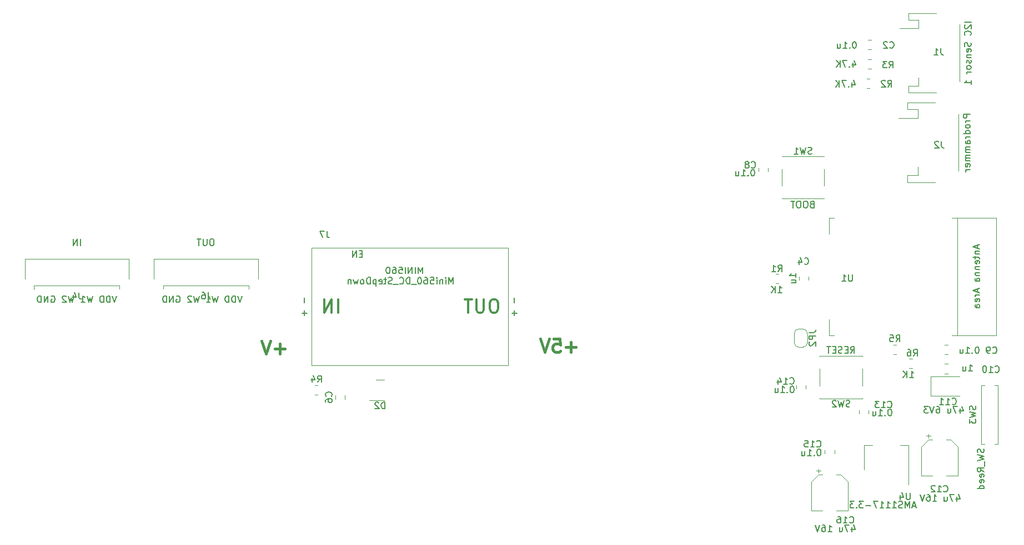
<source format=gbr>
%TF.GenerationSoftware,KiCad,Pcbnew,7.0.8*%
%TF.CreationDate,2023-11-20T11:06:52+02:00*%
%TF.ProjectId,LED Matrix Display,4c454420-4d61-4747-9269-782044697370,rev?*%
%TF.SameCoordinates,Original*%
%TF.FileFunction,Legend,Bot*%
%TF.FilePolarity,Positive*%
%FSLAX46Y46*%
G04 Gerber Fmt 4.6, Leading zero omitted, Abs format (unit mm)*
G04 Created by KiCad (PCBNEW 7.0.8) date 2023-11-20 11:06:52*
%MOMM*%
%LPD*%
G01*
G04 APERTURE LIST*
%ADD10C,0.150000*%
%ADD11C,0.400000*%
%ADD12C,0.300000*%
%ADD13C,0.120000*%
G04 APERTURE END LIST*
D10*
X37106077Y-87169819D02*
X36772744Y-88169819D01*
X36772744Y-88169819D02*
X36439411Y-87169819D01*
X36106077Y-88169819D02*
X36106077Y-87169819D01*
X36106077Y-87169819D02*
X35867982Y-87169819D01*
X35867982Y-87169819D02*
X35725125Y-87217438D01*
X35725125Y-87217438D02*
X35629887Y-87312676D01*
X35629887Y-87312676D02*
X35582268Y-87407914D01*
X35582268Y-87407914D02*
X35534649Y-87598390D01*
X35534649Y-87598390D02*
X35534649Y-87741247D01*
X35534649Y-87741247D02*
X35582268Y-87931723D01*
X35582268Y-87931723D02*
X35629887Y-88026961D01*
X35629887Y-88026961D02*
X35725125Y-88122200D01*
X35725125Y-88122200D02*
X35867982Y-88169819D01*
X35867982Y-88169819D02*
X36106077Y-88169819D01*
X35106077Y-88169819D02*
X35106077Y-87169819D01*
X35106077Y-87169819D02*
X34867982Y-87169819D01*
X34867982Y-87169819D02*
X34725125Y-87217438D01*
X34725125Y-87217438D02*
X34629887Y-87312676D01*
X34629887Y-87312676D02*
X34582268Y-87407914D01*
X34582268Y-87407914D02*
X34534649Y-87598390D01*
X34534649Y-87598390D02*
X34534649Y-87741247D01*
X34534649Y-87741247D02*
X34582268Y-87931723D01*
X34582268Y-87931723D02*
X34629887Y-88026961D01*
X34629887Y-88026961D02*
X34725125Y-88122200D01*
X34725125Y-88122200D02*
X34867982Y-88169819D01*
X34867982Y-88169819D02*
X35106077Y-88169819D01*
X33439410Y-87169819D02*
X33201315Y-88169819D01*
X33201315Y-88169819D02*
X33010839Y-87455533D01*
X33010839Y-87455533D02*
X32820363Y-88169819D01*
X32820363Y-88169819D02*
X32582268Y-87169819D01*
X31677506Y-88169819D02*
X32248934Y-88169819D01*
X31963220Y-88169819D02*
X31963220Y-87169819D01*
X31963220Y-87169819D02*
X32058458Y-87312676D01*
X32058458Y-87312676D02*
X32153696Y-87407914D01*
X32153696Y-87407914D02*
X32248934Y-87455533D01*
X30582267Y-87169819D02*
X30344172Y-88169819D01*
X30344172Y-88169819D02*
X30153696Y-87455533D01*
X30153696Y-87455533D02*
X29963220Y-88169819D01*
X29963220Y-88169819D02*
X29725125Y-87169819D01*
X29391791Y-87265057D02*
X29344172Y-87217438D01*
X29344172Y-87217438D02*
X29248934Y-87169819D01*
X29248934Y-87169819D02*
X29010839Y-87169819D01*
X29010839Y-87169819D02*
X28915601Y-87217438D01*
X28915601Y-87217438D02*
X28867982Y-87265057D01*
X28867982Y-87265057D02*
X28820363Y-87360295D01*
X28820363Y-87360295D02*
X28820363Y-87455533D01*
X28820363Y-87455533D02*
X28867982Y-87598390D01*
X28867982Y-87598390D02*
X29439410Y-88169819D01*
X29439410Y-88169819D02*
X28820363Y-88169819D01*
X27106077Y-87217438D02*
X27201315Y-87169819D01*
X27201315Y-87169819D02*
X27344172Y-87169819D01*
X27344172Y-87169819D02*
X27487029Y-87217438D01*
X27487029Y-87217438D02*
X27582267Y-87312676D01*
X27582267Y-87312676D02*
X27629886Y-87407914D01*
X27629886Y-87407914D02*
X27677505Y-87598390D01*
X27677505Y-87598390D02*
X27677505Y-87741247D01*
X27677505Y-87741247D02*
X27629886Y-87931723D01*
X27629886Y-87931723D02*
X27582267Y-88026961D01*
X27582267Y-88026961D02*
X27487029Y-88122200D01*
X27487029Y-88122200D02*
X27344172Y-88169819D01*
X27344172Y-88169819D02*
X27248934Y-88169819D01*
X27248934Y-88169819D02*
X27106077Y-88122200D01*
X27106077Y-88122200D02*
X27058458Y-88074580D01*
X27058458Y-88074580D02*
X27058458Y-87741247D01*
X27058458Y-87741247D02*
X27248934Y-87741247D01*
X26629886Y-88169819D02*
X26629886Y-87169819D01*
X26629886Y-87169819D02*
X26058458Y-88169819D01*
X26058458Y-88169819D02*
X26058458Y-87169819D01*
X25582267Y-88169819D02*
X25582267Y-87169819D01*
X25582267Y-87169819D02*
X25344172Y-87169819D01*
X25344172Y-87169819D02*
X25201315Y-87217438D01*
X25201315Y-87217438D02*
X25106077Y-87312676D01*
X25106077Y-87312676D02*
X25058458Y-87407914D01*
X25058458Y-87407914D02*
X25010839Y-87598390D01*
X25010839Y-87598390D02*
X25010839Y-87741247D01*
X25010839Y-87741247D02*
X25058458Y-87931723D01*
X25058458Y-87931723D02*
X25106077Y-88026961D01*
X25106077Y-88026961D02*
X25201315Y-88122200D01*
X25201315Y-88122200D02*
X25344172Y-88169819D01*
X25344172Y-88169819D02*
X25582267Y-88169819D01*
D11*
X107110652Y-94972533D02*
X105586843Y-94972533D01*
X106348747Y-95734438D02*
X106348747Y-94210628D01*
X103682081Y-93734438D02*
X104634462Y-93734438D01*
X104634462Y-93734438D02*
X104729700Y-94686819D01*
X104729700Y-94686819D02*
X104634462Y-94591580D01*
X104634462Y-94591580D02*
X104443986Y-94496342D01*
X104443986Y-94496342D02*
X103967795Y-94496342D01*
X103967795Y-94496342D02*
X103777319Y-94591580D01*
X103777319Y-94591580D02*
X103682081Y-94686819D01*
X103682081Y-94686819D02*
X103586843Y-94877295D01*
X103586843Y-94877295D02*
X103586843Y-95353485D01*
X103586843Y-95353485D02*
X103682081Y-95543961D01*
X103682081Y-95543961D02*
X103777319Y-95639200D01*
X103777319Y-95639200D02*
X103967795Y-95734438D01*
X103967795Y-95734438D02*
X104443986Y-95734438D01*
X104443986Y-95734438D02*
X104634462Y-95639200D01*
X104634462Y-95639200D02*
X104729700Y-95543961D01*
X103015414Y-93734438D02*
X102348748Y-95734438D01*
X102348748Y-95734438D02*
X101682081Y-93734438D01*
D10*
X56206077Y-87169819D02*
X55872744Y-88169819D01*
X55872744Y-88169819D02*
X55539411Y-87169819D01*
X55206077Y-88169819D02*
X55206077Y-87169819D01*
X55206077Y-87169819D02*
X54967982Y-87169819D01*
X54967982Y-87169819D02*
X54825125Y-87217438D01*
X54825125Y-87217438D02*
X54729887Y-87312676D01*
X54729887Y-87312676D02*
X54682268Y-87407914D01*
X54682268Y-87407914D02*
X54634649Y-87598390D01*
X54634649Y-87598390D02*
X54634649Y-87741247D01*
X54634649Y-87741247D02*
X54682268Y-87931723D01*
X54682268Y-87931723D02*
X54729887Y-88026961D01*
X54729887Y-88026961D02*
X54825125Y-88122200D01*
X54825125Y-88122200D02*
X54967982Y-88169819D01*
X54967982Y-88169819D02*
X55206077Y-88169819D01*
X54206077Y-88169819D02*
X54206077Y-87169819D01*
X54206077Y-87169819D02*
X53967982Y-87169819D01*
X53967982Y-87169819D02*
X53825125Y-87217438D01*
X53825125Y-87217438D02*
X53729887Y-87312676D01*
X53729887Y-87312676D02*
X53682268Y-87407914D01*
X53682268Y-87407914D02*
X53634649Y-87598390D01*
X53634649Y-87598390D02*
X53634649Y-87741247D01*
X53634649Y-87741247D02*
X53682268Y-87931723D01*
X53682268Y-87931723D02*
X53729887Y-88026961D01*
X53729887Y-88026961D02*
X53825125Y-88122200D01*
X53825125Y-88122200D02*
X53967982Y-88169819D01*
X53967982Y-88169819D02*
X54206077Y-88169819D01*
X52539410Y-87169819D02*
X52301315Y-88169819D01*
X52301315Y-88169819D02*
X52110839Y-87455533D01*
X52110839Y-87455533D02*
X51920363Y-88169819D01*
X51920363Y-88169819D02*
X51682268Y-87169819D01*
X50777506Y-88169819D02*
X51348934Y-88169819D01*
X51063220Y-88169819D02*
X51063220Y-87169819D01*
X51063220Y-87169819D02*
X51158458Y-87312676D01*
X51158458Y-87312676D02*
X51253696Y-87407914D01*
X51253696Y-87407914D02*
X51348934Y-87455533D01*
X49682267Y-87169819D02*
X49444172Y-88169819D01*
X49444172Y-88169819D02*
X49253696Y-87455533D01*
X49253696Y-87455533D02*
X49063220Y-88169819D01*
X49063220Y-88169819D02*
X48825125Y-87169819D01*
X48491791Y-87265057D02*
X48444172Y-87217438D01*
X48444172Y-87217438D02*
X48348934Y-87169819D01*
X48348934Y-87169819D02*
X48110839Y-87169819D01*
X48110839Y-87169819D02*
X48015601Y-87217438D01*
X48015601Y-87217438D02*
X47967982Y-87265057D01*
X47967982Y-87265057D02*
X47920363Y-87360295D01*
X47920363Y-87360295D02*
X47920363Y-87455533D01*
X47920363Y-87455533D02*
X47967982Y-87598390D01*
X47967982Y-87598390D02*
X48539410Y-88169819D01*
X48539410Y-88169819D02*
X47920363Y-88169819D01*
X46206077Y-87217438D02*
X46301315Y-87169819D01*
X46301315Y-87169819D02*
X46444172Y-87169819D01*
X46444172Y-87169819D02*
X46587029Y-87217438D01*
X46587029Y-87217438D02*
X46682267Y-87312676D01*
X46682267Y-87312676D02*
X46729886Y-87407914D01*
X46729886Y-87407914D02*
X46777505Y-87598390D01*
X46777505Y-87598390D02*
X46777505Y-87741247D01*
X46777505Y-87741247D02*
X46729886Y-87931723D01*
X46729886Y-87931723D02*
X46682267Y-88026961D01*
X46682267Y-88026961D02*
X46587029Y-88122200D01*
X46587029Y-88122200D02*
X46444172Y-88169819D01*
X46444172Y-88169819D02*
X46348934Y-88169819D01*
X46348934Y-88169819D02*
X46206077Y-88122200D01*
X46206077Y-88122200D02*
X46158458Y-88074580D01*
X46158458Y-88074580D02*
X46158458Y-87741247D01*
X46158458Y-87741247D02*
X46348934Y-87741247D01*
X45729886Y-88169819D02*
X45729886Y-87169819D01*
X45729886Y-87169819D02*
X45158458Y-88169819D01*
X45158458Y-88169819D02*
X45158458Y-87169819D01*
X44682267Y-88169819D02*
X44682267Y-87169819D01*
X44682267Y-87169819D02*
X44444172Y-87169819D01*
X44444172Y-87169819D02*
X44301315Y-87217438D01*
X44301315Y-87217438D02*
X44206077Y-87312676D01*
X44206077Y-87312676D02*
X44158458Y-87407914D01*
X44158458Y-87407914D02*
X44110839Y-87598390D01*
X44110839Y-87598390D02*
X44110839Y-87741247D01*
X44110839Y-87741247D02*
X44158458Y-87931723D01*
X44158458Y-87931723D02*
X44206077Y-88026961D01*
X44206077Y-88026961D02*
X44301315Y-88122200D01*
X44301315Y-88122200D02*
X44444172Y-88169819D01*
X44444172Y-88169819D02*
X44682267Y-88169819D01*
D11*
X62710652Y-95272533D02*
X61186843Y-95272533D01*
X61948747Y-96034438D02*
X61948747Y-94510628D01*
X60520176Y-94034438D02*
X59853510Y-96034438D01*
X59853510Y-96034438D02*
X59186843Y-94034438D01*
D10*
X162733333Y-49354819D02*
X162733333Y-50069104D01*
X162733333Y-50069104D02*
X162780952Y-50211961D01*
X162780952Y-50211961D02*
X162876190Y-50307200D01*
X162876190Y-50307200D02*
X163019047Y-50354819D01*
X163019047Y-50354819D02*
X163114285Y-50354819D01*
X161733333Y-50354819D02*
X162304761Y-50354819D01*
X162019047Y-50354819D02*
X162019047Y-49354819D01*
X162019047Y-49354819D02*
X162114285Y-49497676D01*
X162114285Y-49497676D02*
X162209523Y-49592914D01*
X162209523Y-49592914D02*
X162304761Y-49640533D01*
X167346819Y-45347904D02*
X166346819Y-45347904D01*
X166442057Y-45776475D02*
X166394438Y-45824094D01*
X166394438Y-45824094D02*
X166346819Y-45919332D01*
X166346819Y-45919332D02*
X166346819Y-46157427D01*
X166346819Y-46157427D02*
X166394438Y-46252665D01*
X166394438Y-46252665D02*
X166442057Y-46300284D01*
X166442057Y-46300284D02*
X166537295Y-46347903D01*
X166537295Y-46347903D02*
X166632533Y-46347903D01*
X166632533Y-46347903D02*
X166775390Y-46300284D01*
X166775390Y-46300284D02*
X167346819Y-45728856D01*
X167346819Y-45728856D02*
X167346819Y-46347903D01*
X167251580Y-47347903D02*
X167299200Y-47300284D01*
X167299200Y-47300284D02*
X167346819Y-47157427D01*
X167346819Y-47157427D02*
X167346819Y-47062189D01*
X167346819Y-47062189D02*
X167299200Y-46919332D01*
X167299200Y-46919332D02*
X167203961Y-46824094D01*
X167203961Y-46824094D02*
X167108723Y-46776475D01*
X167108723Y-46776475D02*
X166918247Y-46728856D01*
X166918247Y-46728856D02*
X166775390Y-46728856D01*
X166775390Y-46728856D02*
X166584914Y-46776475D01*
X166584914Y-46776475D02*
X166489676Y-46824094D01*
X166489676Y-46824094D02*
X166394438Y-46919332D01*
X166394438Y-46919332D02*
X166346819Y-47062189D01*
X166346819Y-47062189D02*
X166346819Y-47157427D01*
X166346819Y-47157427D02*
X166394438Y-47300284D01*
X166394438Y-47300284D02*
X166442057Y-47347903D01*
X167299200Y-48490761D02*
X167346819Y-48633618D01*
X167346819Y-48633618D02*
X167346819Y-48871713D01*
X167346819Y-48871713D02*
X167299200Y-48966951D01*
X167299200Y-48966951D02*
X167251580Y-49014570D01*
X167251580Y-49014570D02*
X167156342Y-49062189D01*
X167156342Y-49062189D02*
X167061104Y-49062189D01*
X167061104Y-49062189D02*
X166965866Y-49014570D01*
X166965866Y-49014570D02*
X166918247Y-48966951D01*
X166918247Y-48966951D02*
X166870628Y-48871713D01*
X166870628Y-48871713D02*
X166823009Y-48681237D01*
X166823009Y-48681237D02*
X166775390Y-48585999D01*
X166775390Y-48585999D02*
X166727771Y-48538380D01*
X166727771Y-48538380D02*
X166632533Y-48490761D01*
X166632533Y-48490761D02*
X166537295Y-48490761D01*
X166537295Y-48490761D02*
X166442057Y-48538380D01*
X166442057Y-48538380D02*
X166394438Y-48585999D01*
X166394438Y-48585999D02*
X166346819Y-48681237D01*
X166346819Y-48681237D02*
X166346819Y-48919332D01*
X166346819Y-48919332D02*
X166394438Y-49062189D01*
X167299200Y-49871713D02*
X167346819Y-49776475D01*
X167346819Y-49776475D02*
X167346819Y-49585999D01*
X167346819Y-49585999D02*
X167299200Y-49490761D01*
X167299200Y-49490761D02*
X167203961Y-49443142D01*
X167203961Y-49443142D02*
X166823009Y-49443142D01*
X166823009Y-49443142D02*
X166727771Y-49490761D01*
X166727771Y-49490761D02*
X166680152Y-49585999D01*
X166680152Y-49585999D02*
X166680152Y-49776475D01*
X166680152Y-49776475D02*
X166727771Y-49871713D01*
X166727771Y-49871713D02*
X166823009Y-49919332D01*
X166823009Y-49919332D02*
X166918247Y-49919332D01*
X166918247Y-49919332D02*
X167013485Y-49443142D01*
X166680152Y-50347904D02*
X167346819Y-50347904D01*
X166775390Y-50347904D02*
X166727771Y-50395523D01*
X166727771Y-50395523D02*
X166680152Y-50490761D01*
X166680152Y-50490761D02*
X166680152Y-50633618D01*
X166680152Y-50633618D02*
X166727771Y-50728856D01*
X166727771Y-50728856D02*
X166823009Y-50776475D01*
X166823009Y-50776475D02*
X167346819Y-50776475D01*
X167299200Y-51205047D02*
X167346819Y-51300285D01*
X167346819Y-51300285D02*
X167346819Y-51490761D01*
X167346819Y-51490761D02*
X167299200Y-51585999D01*
X167299200Y-51585999D02*
X167203961Y-51633618D01*
X167203961Y-51633618D02*
X167156342Y-51633618D01*
X167156342Y-51633618D02*
X167061104Y-51585999D01*
X167061104Y-51585999D02*
X167013485Y-51490761D01*
X167013485Y-51490761D02*
X167013485Y-51347904D01*
X167013485Y-51347904D02*
X166965866Y-51252666D01*
X166965866Y-51252666D02*
X166870628Y-51205047D01*
X166870628Y-51205047D02*
X166823009Y-51205047D01*
X166823009Y-51205047D02*
X166727771Y-51252666D01*
X166727771Y-51252666D02*
X166680152Y-51347904D01*
X166680152Y-51347904D02*
X166680152Y-51490761D01*
X166680152Y-51490761D02*
X166727771Y-51585999D01*
X167346819Y-52205047D02*
X167299200Y-52109809D01*
X167299200Y-52109809D02*
X167251580Y-52062190D01*
X167251580Y-52062190D02*
X167156342Y-52014571D01*
X167156342Y-52014571D02*
X166870628Y-52014571D01*
X166870628Y-52014571D02*
X166775390Y-52062190D01*
X166775390Y-52062190D02*
X166727771Y-52109809D01*
X166727771Y-52109809D02*
X166680152Y-52205047D01*
X166680152Y-52205047D02*
X166680152Y-52347904D01*
X166680152Y-52347904D02*
X166727771Y-52443142D01*
X166727771Y-52443142D02*
X166775390Y-52490761D01*
X166775390Y-52490761D02*
X166870628Y-52538380D01*
X166870628Y-52538380D02*
X167156342Y-52538380D01*
X167156342Y-52538380D02*
X167251580Y-52490761D01*
X167251580Y-52490761D02*
X167299200Y-52443142D01*
X167299200Y-52443142D02*
X167346819Y-52347904D01*
X167346819Y-52347904D02*
X167346819Y-52205047D01*
X167346819Y-52966952D02*
X166680152Y-52966952D01*
X166870628Y-52966952D02*
X166775390Y-53014571D01*
X166775390Y-53014571D02*
X166727771Y-53062190D01*
X166727771Y-53062190D02*
X166680152Y-53157428D01*
X166680152Y-53157428D02*
X166680152Y-53252666D01*
X167346819Y-54871714D02*
X167346819Y-54300286D01*
X167346819Y-54586000D02*
X166346819Y-54586000D01*
X166346819Y-54586000D02*
X166489676Y-54490762D01*
X166489676Y-54490762D02*
X166584914Y-54395524D01*
X166584914Y-54395524D02*
X166632533Y-54300286D01*
X155916666Y-94154819D02*
X156249999Y-93678628D01*
X156488094Y-94154819D02*
X156488094Y-93154819D01*
X156488094Y-93154819D02*
X156107142Y-93154819D01*
X156107142Y-93154819D02*
X156011904Y-93202438D01*
X156011904Y-93202438D02*
X155964285Y-93250057D01*
X155964285Y-93250057D02*
X155916666Y-93345295D01*
X155916666Y-93345295D02*
X155916666Y-93488152D01*
X155916666Y-93488152D02*
X155964285Y-93583390D01*
X155964285Y-93583390D02*
X156011904Y-93631009D01*
X156011904Y-93631009D02*
X156107142Y-93678628D01*
X156107142Y-93678628D02*
X156488094Y-93678628D01*
X155011904Y-93154819D02*
X155488094Y-93154819D01*
X155488094Y-93154819D02*
X155535713Y-93631009D01*
X155535713Y-93631009D02*
X155488094Y-93583390D01*
X155488094Y-93583390D02*
X155392856Y-93535771D01*
X155392856Y-93535771D02*
X155154761Y-93535771D01*
X155154761Y-93535771D02*
X155059523Y-93583390D01*
X155059523Y-93583390D02*
X155011904Y-93631009D01*
X155011904Y-93631009D02*
X154964285Y-93726247D01*
X154964285Y-93726247D02*
X154964285Y-93964342D01*
X154964285Y-93964342D02*
X155011904Y-94059580D01*
X155011904Y-94059580D02*
X155059523Y-94107200D01*
X155059523Y-94107200D02*
X155154761Y-94154819D01*
X155154761Y-94154819D02*
X155392856Y-94154819D01*
X155392856Y-94154819D02*
X155488094Y-94107200D01*
X155488094Y-94107200D02*
X155535713Y-94059580D01*
X154866666Y-52354819D02*
X155199999Y-51878628D01*
X155438094Y-52354819D02*
X155438094Y-51354819D01*
X155438094Y-51354819D02*
X155057142Y-51354819D01*
X155057142Y-51354819D02*
X154961904Y-51402438D01*
X154961904Y-51402438D02*
X154914285Y-51450057D01*
X154914285Y-51450057D02*
X154866666Y-51545295D01*
X154866666Y-51545295D02*
X154866666Y-51688152D01*
X154866666Y-51688152D02*
X154914285Y-51783390D01*
X154914285Y-51783390D02*
X154961904Y-51831009D01*
X154961904Y-51831009D02*
X155057142Y-51878628D01*
X155057142Y-51878628D02*
X155438094Y-51878628D01*
X154533332Y-51354819D02*
X153914285Y-51354819D01*
X153914285Y-51354819D02*
X154247618Y-51735771D01*
X154247618Y-51735771D02*
X154104761Y-51735771D01*
X154104761Y-51735771D02*
X154009523Y-51783390D01*
X154009523Y-51783390D02*
X153961904Y-51831009D01*
X153961904Y-51831009D02*
X153914285Y-51926247D01*
X153914285Y-51926247D02*
X153914285Y-52164342D01*
X153914285Y-52164342D02*
X153961904Y-52259580D01*
X153961904Y-52259580D02*
X154009523Y-52307200D01*
X154009523Y-52307200D02*
X154104761Y-52354819D01*
X154104761Y-52354819D02*
X154390475Y-52354819D01*
X154390475Y-52354819D02*
X154485713Y-52307200D01*
X154485713Y-52307200D02*
X154533332Y-52259580D01*
X149323809Y-51588152D02*
X149323809Y-52254819D01*
X149561904Y-51207200D02*
X149799999Y-51921485D01*
X149799999Y-51921485D02*
X149180952Y-51921485D01*
X148799999Y-52159580D02*
X148752380Y-52207200D01*
X148752380Y-52207200D02*
X148799999Y-52254819D01*
X148799999Y-52254819D02*
X148847618Y-52207200D01*
X148847618Y-52207200D02*
X148799999Y-52159580D01*
X148799999Y-52159580D02*
X148799999Y-52254819D01*
X148419047Y-51254819D02*
X147752381Y-51254819D01*
X147752381Y-51254819D02*
X148180952Y-52254819D01*
X147371428Y-52254819D02*
X147371428Y-51254819D01*
X146800000Y-52254819D02*
X147228571Y-51683390D01*
X146800000Y-51254819D02*
X147371428Y-51826247D01*
X158566666Y-96354819D02*
X158899999Y-95878628D01*
X159138094Y-96354819D02*
X159138094Y-95354819D01*
X159138094Y-95354819D02*
X158757142Y-95354819D01*
X158757142Y-95354819D02*
X158661904Y-95402438D01*
X158661904Y-95402438D02*
X158614285Y-95450057D01*
X158614285Y-95450057D02*
X158566666Y-95545295D01*
X158566666Y-95545295D02*
X158566666Y-95688152D01*
X158566666Y-95688152D02*
X158614285Y-95783390D01*
X158614285Y-95783390D02*
X158661904Y-95831009D01*
X158661904Y-95831009D02*
X158757142Y-95878628D01*
X158757142Y-95878628D02*
X159138094Y-95878628D01*
X157709523Y-95354819D02*
X157899999Y-95354819D01*
X157899999Y-95354819D02*
X157995237Y-95402438D01*
X157995237Y-95402438D02*
X158042856Y-95450057D01*
X158042856Y-95450057D02*
X158138094Y-95592914D01*
X158138094Y-95592914D02*
X158185713Y-95783390D01*
X158185713Y-95783390D02*
X158185713Y-96164342D01*
X158185713Y-96164342D02*
X158138094Y-96259580D01*
X158138094Y-96259580D02*
X158090475Y-96307200D01*
X158090475Y-96307200D02*
X157995237Y-96354819D01*
X157995237Y-96354819D02*
X157804761Y-96354819D01*
X157804761Y-96354819D02*
X157709523Y-96307200D01*
X157709523Y-96307200D02*
X157661904Y-96259580D01*
X157661904Y-96259580D02*
X157614285Y-96164342D01*
X157614285Y-96164342D02*
X157614285Y-95926247D01*
X157614285Y-95926247D02*
X157661904Y-95831009D01*
X157661904Y-95831009D02*
X157709523Y-95783390D01*
X157709523Y-95783390D02*
X157804761Y-95735771D01*
X157804761Y-95735771D02*
X157995237Y-95735771D01*
X157995237Y-95735771D02*
X158090475Y-95783390D01*
X158090475Y-95783390D02*
X158138094Y-95831009D01*
X158138094Y-95831009D02*
X158185713Y-95926247D01*
X158014285Y-99654819D02*
X158585713Y-99654819D01*
X158299999Y-99654819D02*
X158299999Y-98654819D01*
X158299999Y-98654819D02*
X158395237Y-98797676D01*
X158395237Y-98797676D02*
X158490475Y-98892914D01*
X158490475Y-98892914D02*
X158585713Y-98940533D01*
X157585713Y-99654819D02*
X157585713Y-98654819D01*
X157014285Y-99654819D02*
X157442856Y-99083390D01*
X157014285Y-98654819D02*
X157585713Y-99226247D01*
X133866666Y-67559580D02*
X133914285Y-67607200D01*
X133914285Y-67607200D02*
X134057142Y-67654819D01*
X134057142Y-67654819D02*
X134152380Y-67654819D01*
X134152380Y-67654819D02*
X134295237Y-67607200D01*
X134295237Y-67607200D02*
X134390475Y-67511961D01*
X134390475Y-67511961D02*
X134438094Y-67416723D01*
X134438094Y-67416723D02*
X134485713Y-67226247D01*
X134485713Y-67226247D02*
X134485713Y-67083390D01*
X134485713Y-67083390D02*
X134438094Y-66892914D01*
X134438094Y-66892914D02*
X134390475Y-66797676D01*
X134390475Y-66797676D02*
X134295237Y-66702438D01*
X134295237Y-66702438D02*
X134152380Y-66654819D01*
X134152380Y-66654819D02*
X134057142Y-66654819D01*
X134057142Y-66654819D02*
X133914285Y-66702438D01*
X133914285Y-66702438D02*
X133866666Y-66750057D01*
X133295237Y-67083390D02*
X133390475Y-67035771D01*
X133390475Y-67035771D02*
X133438094Y-66988152D01*
X133438094Y-66988152D02*
X133485713Y-66892914D01*
X133485713Y-66892914D02*
X133485713Y-66845295D01*
X133485713Y-66845295D02*
X133438094Y-66750057D01*
X133438094Y-66750057D02*
X133390475Y-66702438D01*
X133390475Y-66702438D02*
X133295237Y-66654819D01*
X133295237Y-66654819D02*
X133104761Y-66654819D01*
X133104761Y-66654819D02*
X133009523Y-66702438D01*
X133009523Y-66702438D02*
X132961904Y-66750057D01*
X132961904Y-66750057D02*
X132914285Y-66845295D01*
X132914285Y-66845295D02*
X132914285Y-66892914D01*
X132914285Y-66892914D02*
X132961904Y-66988152D01*
X132961904Y-66988152D02*
X133009523Y-67035771D01*
X133009523Y-67035771D02*
X133104761Y-67083390D01*
X133104761Y-67083390D02*
X133295237Y-67083390D01*
X133295237Y-67083390D02*
X133390475Y-67131009D01*
X133390475Y-67131009D02*
X133438094Y-67178628D01*
X133438094Y-67178628D02*
X133485713Y-67273866D01*
X133485713Y-67273866D02*
X133485713Y-67464342D01*
X133485713Y-67464342D02*
X133438094Y-67559580D01*
X133438094Y-67559580D02*
X133390475Y-67607200D01*
X133390475Y-67607200D02*
X133295237Y-67654819D01*
X133295237Y-67654819D02*
X133104761Y-67654819D01*
X133104761Y-67654819D02*
X133009523Y-67607200D01*
X133009523Y-67607200D02*
X132961904Y-67559580D01*
X132961904Y-67559580D02*
X132914285Y-67464342D01*
X132914285Y-67464342D02*
X132914285Y-67273866D01*
X132914285Y-67273866D02*
X132961904Y-67178628D01*
X132961904Y-67178628D02*
X133009523Y-67131009D01*
X133009523Y-67131009D02*
X133104761Y-67083390D01*
X134114285Y-67854819D02*
X134019047Y-67854819D01*
X134019047Y-67854819D02*
X133923809Y-67902438D01*
X133923809Y-67902438D02*
X133876190Y-67950057D01*
X133876190Y-67950057D02*
X133828571Y-68045295D01*
X133828571Y-68045295D02*
X133780952Y-68235771D01*
X133780952Y-68235771D02*
X133780952Y-68473866D01*
X133780952Y-68473866D02*
X133828571Y-68664342D01*
X133828571Y-68664342D02*
X133876190Y-68759580D01*
X133876190Y-68759580D02*
X133923809Y-68807200D01*
X133923809Y-68807200D02*
X134019047Y-68854819D01*
X134019047Y-68854819D02*
X134114285Y-68854819D01*
X134114285Y-68854819D02*
X134209523Y-68807200D01*
X134209523Y-68807200D02*
X134257142Y-68759580D01*
X134257142Y-68759580D02*
X134304761Y-68664342D01*
X134304761Y-68664342D02*
X134352380Y-68473866D01*
X134352380Y-68473866D02*
X134352380Y-68235771D01*
X134352380Y-68235771D02*
X134304761Y-68045295D01*
X134304761Y-68045295D02*
X134257142Y-67950057D01*
X134257142Y-67950057D02*
X134209523Y-67902438D01*
X134209523Y-67902438D02*
X134114285Y-67854819D01*
X133352380Y-68759580D02*
X133304761Y-68807200D01*
X133304761Y-68807200D02*
X133352380Y-68854819D01*
X133352380Y-68854819D02*
X133399999Y-68807200D01*
X133399999Y-68807200D02*
X133352380Y-68759580D01*
X133352380Y-68759580D02*
X133352380Y-68854819D01*
X132352381Y-68854819D02*
X132923809Y-68854819D01*
X132638095Y-68854819D02*
X132638095Y-67854819D01*
X132638095Y-67854819D02*
X132733333Y-67997676D01*
X132733333Y-67997676D02*
X132828571Y-68092914D01*
X132828571Y-68092914D02*
X132923809Y-68140533D01*
X131495238Y-68188152D02*
X131495238Y-68854819D01*
X131923809Y-68188152D02*
X131923809Y-68711961D01*
X131923809Y-68711961D02*
X131876190Y-68807200D01*
X131876190Y-68807200D02*
X131780952Y-68854819D01*
X131780952Y-68854819D02*
X131638095Y-68854819D01*
X131638095Y-68854819D02*
X131542857Y-68807200D01*
X131542857Y-68807200D02*
X131495238Y-68759580D01*
X69829580Y-102483333D02*
X69877200Y-102435714D01*
X69877200Y-102435714D02*
X69924819Y-102292857D01*
X69924819Y-102292857D02*
X69924819Y-102197619D01*
X69924819Y-102197619D02*
X69877200Y-102054762D01*
X69877200Y-102054762D02*
X69781961Y-101959524D01*
X69781961Y-101959524D02*
X69686723Y-101911905D01*
X69686723Y-101911905D02*
X69496247Y-101864286D01*
X69496247Y-101864286D02*
X69353390Y-101864286D01*
X69353390Y-101864286D02*
X69162914Y-101911905D01*
X69162914Y-101911905D02*
X69067676Y-101959524D01*
X69067676Y-101959524D02*
X68972438Y-102054762D01*
X68972438Y-102054762D02*
X68924819Y-102197619D01*
X68924819Y-102197619D02*
X68924819Y-102292857D01*
X68924819Y-102292857D02*
X68972438Y-102435714D01*
X68972438Y-102435714D02*
X69020057Y-102483333D01*
X68924819Y-103340476D02*
X68924819Y-103150000D01*
X68924819Y-103150000D02*
X68972438Y-103054762D01*
X68972438Y-103054762D02*
X69020057Y-103007143D01*
X69020057Y-103007143D02*
X69162914Y-102911905D01*
X69162914Y-102911905D02*
X69353390Y-102864286D01*
X69353390Y-102864286D02*
X69734342Y-102864286D01*
X69734342Y-102864286D02*
X69829580Y-102911905D01*
X69829580Y-102911905D02*
X69877200Y-102959524D01*
X69877200Y-102959524D02*
X69924819Y-103054762D01*
X69924819Y-103054762D02*
X69924819Y-103245238D01*
X69924819Y-103245238D02*
X69877200Y-103340476D01*
X69877200Y-103340476D02*
X69829580Y-103388095D01*
X69829580Y-103388095D02*
X69734342Y-103435714D01*
X69734342Y-103435714D02*
X69496247Y-103435714D01*
X69496247Y-103435714D02*
X69401009Y-103388095D01*
X69401009Y-103388095D02*
X69353390Y-103340476D01*
X69353390Y-103340476D02*
X69305771Y-103245238D01*
X69305771Y-103245238D02*
X69305771Y-103054762D01*
X69305771Y-103054762D02*
X69353390Y-102959524D01*
X69353390Y-102959524D02*
X69401009Y-102911905D01*
X69401009Y-102911905D02*
X69496247Y-102864286D01*
X149250304Y-83935219D02*
X149250304Y-84744742D01*
X149250304Y-84744742D02*
X149202685Y-84839980D01*
X149202685Y-84839980D02*
X149155066Y-84887600D01*
X149155066Y-84887600D02*
X149059828Y-84935219D01*
X149059828Y-84935219D02*
X148869352Y-84935219D01*
X148869352Y-84935219D02*
X148774114Y-84887600D01*
X148774114Y-84887600D02*
X148726495Y-84839980D01*
X148726495Y-84839980D02*
X148678876Y-84744742D01*
X148678876Y-84744742D02*
X148678876Y-83935219D01*
X147678876Y-84935219D02*
X148250304Y-84935219D01*
X147964590Y-84935219D02*
X147964590Y-83935219D01*
X147964590Y-83935219D02*
X148059828Y-84078076D01*
X148059828Y-84078076D02*
X148155066Y-84173314D01*
X148155066Y-84173314D02*
X148250304Y-84220933D01*
X168362104Y-79460094D02*
X168362104Y-79936284D01*
X168647819Y-79364856D02*
X167647819Y-79698189D01*
X167647819Y-79698189D02*
X168647819Y-80031522D01*
X167981152Y-80364856D02*
X168647819Y-80364856D01*
X168076390Y-80364856D02*
X168028771Y-80412475D01*
X168028771Y-80412475D02*
X167981152Y-80507713D01*
X167981152Y-80507713D02*
X167981152Y-80650570D01*
X167981152Y-80650570D02*
X168028771Y-80745808D01*
X168028771Y-80745808D02*
X168124009Y-80793427D01*
X168124009Y-80793427D02*
X168647819Y-80793427D01*
X167981152Y-81126761D02*
X167981152Y-81507713D01*
X167647819Y-81269618D02*
X168504961Y-81269618D01*
X168504961Y-81269618D02*
X168600200Y-81317237D01*
X168600200Y-81317237D02*
X168647819Y-81412475D01*
X168647819Y-81412475D02*
X168647819Y-81507713D01*
X168600200Y-82221999D02*
X168647819Y-82126761D01*
X168647819Y-82126761D02*
X168647819Y-81936285D01*
X168647819Y-81936285D02*
X168600200Y-81841047D01*
X168600200Y-81841047D02*
X168504961Y-81793428D01*
X168504961Y-81793428D02*
X168124009Y-81793428D01*
X168124009Y-81793428D02*
X168028771Y-81841047D01*
X168028771Y-81841047D02*
X167981152Y-81936285D01*
X167981152Y-81936285D02*
X167981152Y-82126761D01*
X167981152Y-82126761D02*
X168028771Y-82221999D01*
X168028771Y-82221999D02*
X168124009Y-82269618D01*
X168124009Y-82269618D02*
X168219247Y-82269618D01*
X168219247Y-82269618D02*
X168314485Y-81793428D01*
X167981152Y-82698190D02*
X168647819Y-82698190D01*
X168076390Y-82698190D02*
X168028771Y-82745809D01*
X168028771Y-82745809D02*
X167981152Y-82841047D01*
X167981152Y-82841047D02*
X167981152Y-82983904D01*
X167981152Y-82983904D02*
X168028771Y-83079142D01*
X168028771Y-83079142D02*
X168124009Y-83126761D01*
X168124009Y-83126761D02*
X168647819Y-83126761D01*
X167981152Y-83602952D02*
X168647819Y-83602952D01*
X168076390Y-83602952D02*
X168028771Y-83650571D01*
X168028771Y-83650571D02*
X167981152Y-83745809D01*
X167981152Y-83745809D02*
X167981152Y-83888666D01*
X167981152Y-83888666D02*
X168028771Y-83983904D01*
X168028771Y-83983904D02*
X168124009Y-84031523D01*
X168124009Y-84031523D02*
X168647819Y-84031523D01*
X168647819Y-84936285D02*
X168124009Y-84936285D01*
X168124009Y-84936285D02*
X168028771Y-84888666D01*
X168028771Y-84888666D02*
X167981152Y-84793428D01*
X167981152Y-84793428D02*
X167981152Y-84602952D01*
X167981152Y-84602952D02*
X168028771Y-84507714D01*
X168600200Y-84936285D02*
X168647819Y-84841047D01*
X168647819Y-84841047D02*
X168647819Y-84602952D01*
X168647819Y-84602952D02*
X168600200Y-84507714D01*
X168600200Y-84507714D02*
X168504961Y-84460095D01*
X168504961Y-84460095D02*
X168409723Y-84460095D01*
X168409723Y-84460095D02*
X168314485Y-84507714D01*
X168314485Y-84507714D02*
X168266866Y-84602952D01*
X168266866Y-84602952D02*
X168266866Y-84841047D01*
X168266866Y-84841047D02*
X168219247Y-84936285D01*
X168362104Y-86126762D02*
X168362104Y-86602952D01*
X168647819Y-86031524D02*
X167647819Y-86364857D01*
X167647819Y-86364857D02*
X168647819Y-86698190D01*
X168647819Y-87031524D02*
X167981152Y-87031524D01*
X168171628Y-87031524D02*
X168076390Y-87079143D01*
X168076390Y-87079143D02*
X168028771Y-87126762D01*
X168028771Y-87126762D02*
X167981152Y-87222000D01*
X167981152Y-87222000D02*
X167981152Y-87317238D01*
X168600200Y-88031524D02*
X168647819Y-87936286D01*
X168647819Y-87936286D02*
X168647819Y-87745810D01*
X168647819Y-87745810D02*
X168600200Y-87650572D01*
X168600200Y-87650572D02*
X168504961Y-87602953D01*
X168504961Y-87602953D02*
X168124009Y-87602953D01*
X168124009Y-87602953D02*
X168028771Y-87650572D01*
X168028771Y-87650572D02*
X167981152Y-87745810D01*
X167981152Y-87745810D02*
X167981152Y-87936286D01*
X167981152Y-87936286D02*
X168028771Y-88031524D01*
X168028771Y-88031524D02*
X168124009Y-88079143D01*
X168124009Y-88079143D02*
X168219247Y-88079143D01*
X168219247Y-88079143D02*
X168314485Y-87602953D01*
X168647819Y-88936286D02*
X168124009Y-88936286D01*
X168124009Y-88936286D02*
X168028771Y-88888667D01*
X168028771Y-88888667D02*
X167981152Y-88793429D01*
X167981152Y-88793429D02*
X167981152Y-88602953D01*
X167981152Y-88602953D02*
X168028771Y-88507715D01*
X168600200Y-88936286D02*
X168647819Y-88841048D01*
X168647819Y-88841048D02*
X168647819Y-88602953D01*
X168647819Y-88602953D02*
X168600200Y-88507715D01*
X168600200Y-88507715D02*
X168504961Y-88460096D01*
X168504961Y-88460096D02*
X168409723Y-88460096D01*
X168409723Y-88460096D02*
X168314485Y-88507715D01*
X168314485Y-88507715D02*
X168266866Y-88602953D01*
X168266866Y-88602953D02*
X168266866Y-88841048D01*
X168266866Y-88841048D02*
X168219247Y-88936286D01*
X163177457Y-117021780D02*
X163225076Y-117069400D01*
X163225076Y-117069400D02*
X163367933Y-117117019D01*
X163367933Y-117117019D02*
X163463171Y-117117019D01*
X163463171Y-117117019D02*
X163606028Y-117069400D01*
X163606028Y-117069400D02*
X163701266Y-116974161D01*
X163701266Y-116974161D02*
X163748885Y-116878923D01*
X163748885Y-116878923D02*
X163796504Y-116688447D01*
X163796504Y-116688447D02*
X163796504Y-116545590D01*
X163796504Y-116545590D02*
X163748885Y-116355114D01*
X163748885Y-116355114D02*
X163701266Y-116259876D01*
X163701266Y-116259876D02*
X163606028Y-116164638D01*
X163606028Y-116164638D02*
X163463171Y-116117019D01*
X163463171Y-116117019D02*
X163367933Y-116117019D01*
X163367933Y-116117019D02*
X163225076Y-116164638D01*
X163225076Y-116164638D02*
X163177457Y-116212257D01*
X162225076Y-117117019D02*
X162796504Y-117117019D01*
X162510790Y-117117019D02*
X162510790Y-116117019D01*
X162510790Y-116117019D02*
X162606028Y-116259876D01*
X162606028Y-116259876D02*
X162701266Y-116355114D01*
X162701266Y-116355114D02*
X162796504Y-116402733D01*
X161844123Y-116212257D02*
X161796504Y-116164638D01*
X161796504Y-116164638D02*
X161701266Y-116117019D01*
X161701266Y-116117019D02*
X161463171Y-116117019D01*
X161463171Y-116117019D02*
X161367933Y-116164638D01*
X161367933Y-116164638D02*
X161320314Y-116212257D01*
X161320314Y-116212257D02*
X161272695Y-116307495D01*
X161272695Y-116307495D02*
X161272695Y-116402733D01*
X161272695Y-116402733D02*
X161320314Y-116545590D01*
X161320314Y-116545590D02*
X161891742Y-117117019D01*
X161891742Y-117117019D02*
X161272695Y-117117019D01*
X165187000Y-117821952D02*
X165187000Y-118488619D01*
X165425095Y-117441000D02*
X165663190Y-118155285D01*
X165663190Y-118155285D02*
X165044143Y-118155285D01*
X164758428Y-117488619D02*
X164091762Y-117488619D01*
X164091762Y-117488619D02*
X164520333Y-118488619D01*
X163282238Y-117821952D02*
X163282238Y-118488619D01*
X163710809Y-117821952D02*
X163710809Y-118345761D01*
X163710809Y-118345761D02*
X163663190Y-118441000D01*
X163663190Y-118441000D02*
X163567952Y-118488619D01*
X163567952Y-118488619D02*
X163425095Y-118488619D01*
X163425095Y-118488619D02*
X163329857Y-118441000D01*
X163329857Y-118441000D02*
X163282238Y-118393380D01*
X161520333Y-118488619D02*
X162091761Y-118488619D01*
X161806047Y-118488619D02*
X161806047Y-117488619D01*
X161806047Y-117488619D02*
X161901285Y-117631476D01*
X161901285Y-117631476D02*
X161996523Y-117726714D01*
X161996523Y-117726714D02*
X162091761Y-117774333D01*
X160663190Y-117488619D02*
X160853666Y-117488619D01*
X160853666Y-117488619D02*
X160948904Y-117536238D01*
X160948904Y-117536238D02*
X160996523Y-117583857D01*
X160996523Y-117583857D02*
X161091761Y-117726714D01*
X161091761Y-117726714D02*
X161139380Y-117917190D01*
X161139380Y-117917190D02*
X161139380Y-118298142D01*
X161139380Y-118298142D02*
X161091761Y-118393380D01*
X161091761Y-118393380D02*
X161044142Y-118441000D01*
X161044142Y-118441000D02*
X160948904Y-118488619D01*
X160948904Y-118488619D02*
X160758428Y-118488619D01*
X160758428Y-118488619D02*
X160663190Y-118441000D01*
X160663190Y-118441000D02*
X160615571Y-118393380D01*
X160615571Y-118393380D02*
X160567952Y-118298142D01*
X160567952Y-118298142D02*
X160567952Y-118060047D01*
X160567952Y-118060047D02*
X160615571Y-117964809D01*
X160615571Y-117964809D02*
X160663190Y-117917190D01*
X160663190Y-117917190D02*
X160758428Y-117869571D01*
X160758428Y-117869571D02*
X160948904Y-117869571D01*
X160948904Y-117869571D02*
X161044142Y-117917190D01*
X161044142Y-117917190D02*
X161091761Y-117964809D01*
X161091761Y-117964809D02*
X161139380Y-118060047D01*
X160282237Y-117488619D02*
X159948904Y-118488619D01*
X159948904Y-118488619D02*
X159615571Y-117488619D01*
X148869132Y-104061200D02*
X148726275Y-104108819D01*
X148726275Y-104108819D02*
X148488180Y-104108819D01*
X148488180Y-104108819D02*
X148392942Y-104061200D01*
X148392942Y-104061200D02*
X148345323Y-104013580D01*
X148345323Y-104013580D02*
X148297704Y-103918342D01*
X148297704Y-103918342D02*
X148297704Y-103823104D01*
X148297704Y-103823104D02*
X148345323Y-103727866D01*
X148345323Y-103727866D02*
X148392942Y-103680247D01*
X148392942Y-103680247D02*
X148488180Y-103632628D01*
X148488180Y-103632628D02*
X148678656Y-103585009D01*
X148678656Y-103585009D02*
X148773894Y-103537390D01*
X148773894Y-103537390D02*
X148821513Y-103489771D01*
X148821513Y-103489771D02*
X148869132Y-103394533D01*
X148869132Y-103394533D02*
X148869132Y-103299295D01*
X148869132Y-103299295D02*
X148821513Y-103204057D01*
X148821513Y-103204057D02*
X148773894Y-103156438D01*
X148773894Y-103156438D02*
X148678656Y-103108819D01*
X148678656Y-103108819D02*
X148440561Y-103108819D01*
X148440561Y-103108819D02*
X148297704Y-103156438D01*
X147964370Y-103108819D02*
X147726275Y-104108819D01*
X147726275Y-104108819D02*
X147535799Y-103394533D01*
X147535799Y-103394533D02*
X147345323Y-104108819D01*
X147345323Y-104108819D02*
X147107228Y-103108819D01*
X146773894Y-103204057D02*
X146726275Y-103156438D01*
X146726275Y-103156438D02*
X146631037Y-103108819D01*
X146631037Y-103108819D02*
X146392942Y-103108819D01*
X146392942Y-103108819D02*
X146297704Y-103156438D01*
X146297704Y-103156438D02*
X146250085Y-103204057D01*
X146250085Y-103204057D02*
X146202466Y-103299295D01*
X146202466Y-103299295D02*
X146202466Y-103394533D01*
X146202466Y-103394533D02*
X146250085Y-103537390D01*
X146250085Y-103537390D02*
X146821513Y-104108819D01*
X146821513Y-104108819D02*
X146202466Y-104108819D01*
X148988181Y-95908819D02*
X149321514Y-95432628D01*
X149559609Y-95908819D02*
X149559609Y-94908819D01*
X149559609Y-94908819D02*
X149178657Y-94908819D01*
X149178657Y-94908819D02*
X149083419Y-94956438D01*
X149083419Y-94956438D02*
X149035800Y-95004057D01*
X149035800Y-95004057D02*
X148988181Y-95099295D01*
X148988181Y-95099295D02*
X148988181Y-95242152D01*
X148988181Y-95242152D02*
X149035800Y-95337390D01*
X149035800Y-95337390D02*
X149083419Y-95385009D01*
X149083419Y-95385009D02*
X149178657Y-95432628D01*
X149178657Y-95432628D02*
X149559609Y-95432628D01*
X148559609Y-95385009D02*
X148226276Y-95385009D01*
X148083419Y-95908819D02*
X148559609Y-95908819D01*
X148559609Y-95908819D02*
X148559609Y-94908819D01*
X148559609Y-94908819D02*
X148083419Y-94908819D01*
X147702466Y-95861200D02*
X147559609Y-95908819D01*
X147559609Y-95908819D02*
X147321514Y-95908819D01*
X147321514Y-95908819D02*
X147226276Y-95861200D01*
X147226276Y-95861200D02*
X147178657Y-95813580D01*
X147178657Y-95813580D02*
X147131038Y-95718342D01*
X147131038Y-95718342D02*
X147131038Y-95623104D01*
X147131038Y-95623104D02*
X147178657Y-95527866D01*
X147178657Y-95527866D02*
X147226276Y-95480247D01*
X147226276Y-95480247D02*
X147321514Y-95432628D01*
X147321514Y-95432628D02*
X147511990Y-95385009D01*
X147511990Y-95385009D02*
X147607228Y-95337390D01*
X147607228Y-95337390D02*
X147654847Y-95289771D01*
X147654847Y-95289771D02*
X147702466Y-95194533D01*
X147702466Y-95194533D02*
X147702466Y-95099295D01*
X147702466Y-95099295D02*
X147654847Y-95004057D01*
X147654847Y-95004057D02*
X147607228Y-94956438D01*
X147607228Y-94956438D02*
X147511990Y-94908819D01*
X147511990Y-94908819D02*
X147273895Y-94908819D01*
X147273895Y-94908819D02*
X147131038Y-94956438D01*
X146702466Y-95385009D02*
X146369133Y-95385009D01*
X146226276Y-95908819D02*
X146702466Y-95908819D01*
X146702466Y-95908819D02*
X146702466Y-94908819D01*
X146702466Y-94908819D02*
X146226276Y-94908819D01*
X145940561Y-94908819D02*
X145369133Y-94908819D01*
X145654847Y-95908819D02*
X145654847Y-94908819D01*
X158061904Y-117254819D02*
X158061904Y-118064342D01*
X158061904Y-118064342D02*
X158014285Y-118159580D01*
X158014285Y-118159580D02*
X157966666Y-118207200D01*
X157966666Y-118207200D02*
X157871428Y-118254819D01*
X157871428Y-118254819D02*
X157680952Y-118254819D01*
X157680952Y-118254819D02*
X157585714Y-118207200D01*
X157585714Y-118207200D02*
X157538095Y-118159580D01*
X157538095Y-118159580D02*
X157490476Y-118064342D01*
X157490476Y-118064342D02*
X157490476Y-117254819D01*
X156585714Y-117588152D02*
X156585714Y-118254819D01*
X156823809Y-117207200D02*
X157061904Y-117921485D01*
X157061904Y-117921485D02*
X156442857Y-117921485D01*
X158899999Y-119269104D02*
X158423809Y-119269104D01*
X158995237Y-119554819D02*
X158661904Y-118554819D01*
X158661904Y-118554819D02*
X158328571Y-119554819D01*
X157995237Y-119554819D02*
X157995237Y-118554819D01*
X157995237Y-118554819D02*
X157661904Y-119269104D01*
X157661904Y-119269104D02*
X157328571Y-118554819D01*
X157328571Y-118554819D02*
X157328571Y-119554819D01*
X156899999Y-119507200D02*
X156757142Y-119554819D01*
X156757142Y-119554819D02*
X156519047Y-119554819D01*
X156519047Y-119554819D02*
X156423809Y-119507200D01*
X156423809Y-119507200D02*
X156376190Y-119459580D01*
X156376190Y-119459580D02*
X156328571Y-119364342D01*
X156328571Y-119364342D02*
X156328571Y-119269104D01*
X156328571Y-119269104D02*
X156376190Y-119173866D01*
X156376190Y-119173866D02*
X156423809Y-119126247D01*
X156423809Y-119126247D02*
X156519047Y-119078628D01*
X156519047Y-119078628D02*
X156709523Y-119031009D01*
X156709523Y-119031009D02*
X156804761Y-118983390D01*
X156804761Y-118983390D02*
X156852380Y-118935771D01*
X156852380Y-118935771D02*
X156899999Y-118840533D01*
X156899999Y-118840533D02*
X156899999Y-118745295D01*
X156899999Y-118745295D02*
X156852380Y-118650057D01*
X156852380Y-118650057D02*
X156804761Y-118602438D01*
X156804761Y-118602438D02*
X156709523Y-118554819D01*
X156709523Y-118554819D02*
X156471428Y-118554819D01*
X156471428Y-118554819D02*
X156328571Y-118602438D01*
X155376190Y-119554819D02*
X155947618Y-119554819D01*
X155661904Y-119554819D02*
X155661904Y-118554819D01*
X155661904Y-118554819D02*
X155757142Y-118697676D01*
X155757142Y-118697676D02*
X155852380Y-118792914D01*
X155852380Y-118792914D02*
X155947618Y-118840533D01*
X154423809Y-119554819D02*
X154995237Y-119554819D01*
X154709523Y-119554819D02*
X154709523Y-118554819D01*
X154709523Y-118554819D02*
X154804761Y-118697676D01*
X154804761Y-118697676D02*
X154899999Y-118792914D01*
X154899999Y-118792914D02*
X154995237Y-118840533D01*
X153471428Y-119554819D02*
X154042856Y-119554819D01*
X153757142Y-119554819D02*
X153757142Y-118554819D01*
X153757142Y-118554819D02*
X153852380Y-118697676D01*
X153852380Y-118697676D02*
X153947618Y-118792914D01*
X153947618Y-118792914D02*
X154042856Y-118840533D01*
X153138094Y-118554819D02*
X152471428Y-118554819D01*
X152471428Y-118554819D02*
X152899999Y-119554819D01*
X152090475Y-119173866D02*
X151328571Y-119173866D01*
X150947618Y-118554819D02*
X150328571Y-118554819D01*
X150328571Y-118554819D02*
X150661904Y-118935771D01*
X150661904Y-118935771D02*
X150519047Y-118935771D01*
X150519047Y-118935771D02*
X150423809Y-118983390D01*
X150423809Y-118983390D02*
X150376190Y-119031009D01*
X150376190Y-119031009D02*
X150328571Y-119126247D01*
X150328571Y-119126247D02*
X150328571Y-119364342D01*
X150328571Y-119364342D02*
X150376190Y-119459580D01*
X150376190Y-119459580D02*
X150423809Y-119507200D01*
X150423809Y-119507200D02*
X150519047Y-119554819D01*
X150519047Y-119554819D02*
X150804761Y-119554819D01*
X150804761Y-119554819D02*
X150899999Y-119507200D01*
X150899999Y-119507200D02*
X150947618Y-119459580D01*
X149899999Y-119459580D02*
X149852380Y-119507200D01*
X149852380Y-119507200D02*
X149899999Y-119554819D01*
X149899999Y-119554819D02*
X149947618Y-119507200D01*
X149947618Y-119507200D02*
X149899999Y-119459580D01*
X149899999Y-119459580D02*
X149899999Y-119554819D01*
X149519047Y-118554819D02*
X148900000Y-118554819D01*
X148900000Y-118554819D02*
X149233333Y-118935771D01*
X149233333Y-118935771D02*
X149090476Y-118935771D01*
X149090476Y-118935771D02*
X148995238Y-118983390D01*
X148995238Y-118983390D02*
X148947619Y-119031009D01*
X148947619Y-119031009D02*
X148900000Y-119126247D01*
X148900000Y-119126247D02*
X148900000Y-119364342D01*
X148900000Y-119364342D02*
X148947619Y-119459580D01*
X148947619Y-119459580D02*
X148995238Y-119507200D01*
X148995238Y-119507200D02*
X149090476Y-119554819D01*
X149090476Y-119554819D02*
X149376190Y-119554819D01*
X149376190Y-119554819D02*
X149471428Y-119507200D01*
X149471428Y-119507200D02*
X149519047Y-119459580D01*
X31353733Y-86661219D02*
X31353733Y-87375504D01*
X31353733Y-87375504D02*
X31401352Y-87518361D01*
X31401352Y-87518361D02*
X31496590Y-87613600D01*
X31496590Y-87613600D02*
X31639447Y-87661219D01*
X31639447Y-87661219D02*
X31734685Y-87661219D01*
X30448971Y-86994552D02*
X30448971Y-87661219D01*
X30687066Y-86613600D02*
X30925161Y-87327885D01*
X30925161Y-87327885D02*
X30306114Y-87327885D01*
X31544208Y-79491219D02*
X31544208Y-78491219D01*
X31068018Y-79491219D02*
X31068018Y-78491219D01*
X31068018Y-78491219D02*
X30496590Y-79491219D01*
X30496590Y-79491219D02*
X30496590Y-78491219D01*
X139742857Y-100559580D02*
X139790476Y-100607200D01*
X139790476Y-100607200D02*
X139933333Y-100654819D01*
X139933333Y-100654819D02*
X140028571Y-100654819D01*
X140028571Y-100654819D02*
X140171428Y-100607200D01*
X140171428Y-100607200D02*
X140266666Y-100511961D01*
X140266666Y-100511961D02*
X140314285Y-100416723D01*
X140314285Y-100416723D02*
X140361904Y-100226247D01*
X140361904Y-100226247D02*
X140361904Y-100083390D01*
X140361904Y-100083390D02*
X140314285Y-99892914D01*
X140314285Y-99892914D02*
X140266666Y-99797676D01*
X140266666Y-99797676D02*
X140171428Y-99702438D01*
X140171428Y-99702438D02*
X140028571Y-99654819D01*
X140028571Y-99654819D02*
X139933333Y-99654819D01*
X139933333Y-99654819D02*
X139790476Y-99702438D01*
X139790476Y-99702438D02*
X139742857Y-99750057D01*
X138790476Y-100654819D02*
X139361904Y-100654819D01*
X139076190Y-100654819D02*
X139076190Y-99654819D01*
X139076190Y-99654819D02*
X139171428Y-99797676D01*
X139171428Y-99797676D02*
X139266666Y-99892914D01*
X139266666Y-99892914D02*
X139361904Y-99940533D01*
X137933333Y-99988152D02*
X137933333Y-100654819D01*
X138171428Y-99607200D02*
X138409523Y-100321485D01*
X138409523Y-100321485D02*
X137790476Y-100321485D01*
X140114285Y-100954819D02*
X140019047Y-100954819D01*
X140019047Y-100954819D02*
X139923809Y-101002438D01*
X139923809Y-101002438D02*
X139876190Y-101050057D01*
X139876190Y-101050057D02*
X139828571Y-101145295D01*
X139828571Y-101145295D02*
X139780952Y-101335771D01*
X139780952Y-101335771D02*
X139780952Y-101573866D01*
X139780952Y-101573866D02*
X139828571Y-101764342D01*
X139828571Y-101764342D02*
X139876190Y-101859580D01*
X139876190Y-101859580D02*
X139923809Y-101907200D01*
X139923809Y-101907200D02*
X140019047Y-101954819D01*
X140019047Y-101954819D02*
X140114285Y-101954819D01*
X140114285Y-101954819D02*
X140209523Y-101907200D01*
X140209523Y-101907200D02*
X140257142Y-101859580D01*
X140257142Y-101859580D02*
X140304761Y-101764342D01*
X140304761Y-101764342D02*
X140352380Y-101573866D01*
X140352380Y-101573866D02*
X140352380Y-101335771D01*
X140352380Y-101335771D02*
X140304761Y-101145295D01*
X140304761Y-101145295D02*
X140257142Y-101050057D01*
X140257142Y-101050057D02*
X140209523Y-101002438D01*
X140209523Y-101002438D02*
X140114285Y-100954819D01*
X139352380Y-101859580D02*
X139304761Y-101907200D01*
X139304761Y-101907200D02*
X139352380Y-101954819D01*
X139352380Y-101954819D02*
X139399999Y-101907200D01*
X139399999Y-101907200D02*
X139352380Y-101859580D01*
X139352380Y-101859580D02*
X139352380Y-101954819D01*
X138352381Y-101954819D02*
X138923809Y-101954819D01*
X138638095Y-101954819D02*
X138638095Y-100954819D01*
X138638095Y-100954819D02*
X138733333Y-101097676D01*
X138733333Y-101097676D02*
X138828571Y-101192914D01*
X138828571Y-101192914D02*
X138923809Y-101240533D01*
X137495238Y-101288152D02*
X137495238Y-101954819D01*
X137923809Y-101288152D02*
X137923809Y-101811961D01*
X137923809Y-101811961D02*
X137876190Y-101907200D01*
X137876190Y-101907200D02*
X137780952Y-101954819D01*
X137780952Y-101954819D02*
X137638095Y-101954819D01*
X137638095Y-101954819D02*
X137542857Y-101907200D01*
X137542857Y-101907200D02*
X137495238Y-101859580D01*
X69133333Y-77254819D02*
X69133333Y-77969104D01*
X69133333Y-77969104D02*
X69180952Y-78111961D01*
X69180952Y-78111961D02*
X69276190Y-78207200D01*
X69276190Y-78207200D02*
X69419047Y-78254819D01*
X69419047Y-78254819D02*
X69514285Y-78254819D01*
X68752380Y-77254819D02*
X68085714Y-77254819D01*
X68085714Y-77254819D02*
X68514285Y-78254819D01*
X83761903Y-83754819D02*
X83761903Y-82754819D01*
X83761903Y-82754819D02*
X83428570Y-83469104D01*
X83428570Y-83469104D02*
X83095237Y-82754819D01*
X83095237Y-82754819D02*
X83095237Y-83754819D01*
X82619046Y-83754819D02*
X82619046Y-82754819D01*
X82142856Y-83754819D02*
X82142856Y-82754819D01*
X82142856Y-82754819D02*
X81571428Y-83754819D01*
X81571428Y-83754819D02*
X81571428Y-82754819D01*
X81095237Y-83754819D02*
X81095237Y-82754819D01*
X80142857Y-82754819D02*
X80619047Y-82754819D01*
X80619047Y-82754819D02*
X80666666Y-83231009D01*
X80666666Y-83231009D02*
X80619047Y-83183390D01*
X80619047Y-83183390D02*
X80523809Y-83135771D01*
X80523809Y-83135771D02*
X80285714Y-83135771D01*
X80285714Y-83135771D02*
X80190476Y-83183390D01*
X80190476Y-83183390D02*
X80142857Y-83231009D01*
X80142857Y-83231009D02*
X80095238Y-83326247D01*
X80095238Y-83326247D02*
X80095238Y-83564342D01*
X80095238Y-83564342D02*
X80142857Y-83659580D01*
X80142857Y-83659580D02*
X80190476Y-83707200D01*
X80190476Y-83707200D02*
X80285714Y-83754819D01*
X80285714Y-83754819D02*
X80523809Y-83754819D01*
X80523809Y-83754819D02*
X80619047Y-83707200D01*
X80619047Y-83707200D02*
X80666666Y-83659580D01*
X79238095Y-82754819D02*
X79428571Y-82754819D01*
X79428571Y-82754819D02*
X79523809Y-82802438D01*
X79523809Y-82802438D02*
X79571428Y-82850057D01*
X79571428Y-82850057D02*
X79666666Y-82992914D01*
X79666666Y-82992914D02*
X79714285Y-83183390D01*
X79714285Y-83183390D02*
X79714285Y-83564342D01*
X79714285Y-83564342D02*
X79666666Y-83659580D01*
X79666666Y-83659580D02*
X79619047Y-83707200D01*
X79619047Y-83707200D02*
X79523809Y-83754819D01*
X79523809Y-83754819D02*
X79333333Y-83754819D01*
X79333333Y-83754819D02*
X79238095Y-83707200D01*
X79238095Y-83707200D02*
X79190476Y-83659580D01*
X79190476Y-83659580D02*
X79142857Y-83564342D01*
X79142857Y-83564342D02*
X79142857Y-83326247D01*
X79142857Y-83326247D02*
X79190476Y-83231009D01*
X79190476Y-83231009D02*
X79238095Y-83183390D01*
X79238095Y-83183390D02*
X79333333Y-83135771D01*
X79333333Y-83135771D02*
X79523809Y-83135771D01*
X79523809Y-83135771D02*
X79619047Y-83183390D01*
X79619047Y-83183390D02*
X79666666Y-83231009D01*
X79666666Y-83231009D02*
X79714285Y-83326247D01*
X78523809Y-82754819D02*
X78428571Y-82754819D01*
X78428571Y-82754819D02*
X78333333Y-82802438D01*
X78333333Y-82802438D02*
X78285714Y-82850057D01*
X78285714Y-82850057D02*
X78238095Y-82945295D01*
X78238095Y-82945295D02*
X78190476Y-83135771D01*
X78190476Y-83135771D02*
X78190476Y-83373866D01*
X78190476Y-83373866D02*
X78238095Y-83564342D01*
X78238095Y-83564342D02*
X78285714Y-83659580D01*
X78285714Y-83659580D02*
X78333333Y-83707200D01*
X78333333Y-83707200D02*
X78428571Y-83754819D01*
X78428571Y-83754819D02*
X78523809Y-83754819D01*
X78523809Y-83754819D02*
X78619047Y-83707200D01*
X78619047Y-83707200D02*
X78666666Y-83659580D01*
X78666666Y-83659580D02*
X78714285Y-83564342D01*
X78714285Y-83564342D02*
X78761904Y-83373866D01*
X78761904Y-83373866D02*
X78761904Y-83135771D01*
X78761904Y-83135771D02*
X78714285Y-82945295D01*
X78714285Y-82945295D02*
X78666666Y-82850057D01*
X78666666Y-82850057D02*
X78619047Y-82802438D01*
X78619047Y-82802438D02*
X78523809Y-82754819D01*
X88423809Y-85354819D02*
X88423809Y-84354819D01*
X88423809Y-84354819D02*
X88090476Y-85069104D01*
X88090476Y-85069104D02*
X87757143Y-84354819D01*
X87757143Y-84354819D02*
X87757143Y-85354819D01*
X87280952Y-85354819D02*
X87280952Y-84688152D01*
X87280952Y-84354819D02*
X87328571Y-84402438D01*
X87328571Y-84402438D02*
X87280952Y-84450057D01*
X87280952Y-84450057D02*
X87233333Y-84402438D01*
X87233333Y-84402438D02*
X87280952Y-84354819D01*
X87280952Y-84354819D02*
X87280952Y-84450057D01*
X86804762Y-84688152D02*
X86804762Y-85354819D01*
X86804762Y-84783390D02*
X86757143Y-84735771D01*
X86757143Y-84735771D02*
X86661905Y-84688152D01*
X86661905Y-84688152D02*
X86519048Y-84688152D01*
X86519048Y-84688152D02*
X86423810Y-84735771D01*
X86423810Y-84735771D02*
X86376191Y-84831009D01*
X86376191Y-84831009D02*
X86376191Y-85354819D01*
X85900000Y-85354819D02*
X85900000Y-84688152D01*
X85900000Y-84354819D02*
X85947619Y-84402438D01*
X85947619Y-84402438D02*
X85900000Y-84450057D01*
X85900000Y-84450057D02*
X85852381Y-84402438D01*
X85852381Y-84402438D02*
X85900000Y-84354819D01*
X85900000Y-84354819D02*
X85900000Y-84450057D01*
X84947620Y-84354819D02*
X85423810Y-84354819D01*
X85423810Y-84354819D02*
X85471429Y-84831009D01*
X85471429Y-84831009D02*
X85423810Y-84783390D01*
X85423810Y-84783390D02*
X85328572Y-84735771D01*
X85328572Y-84735771D02*
X85090477Y-84735771D01*
X85090477Y-84735771D02*
X84995239Y-84783390D01*
X84995239Y-84783390D02*
X84947620Y-84831009D01*
X84947620Y-84831009D02*
X84900001Y-84926247D01*
X84900001Y-84926247D02*
X84900001Y-85164342D01*
X84900001Y-85164342D02*
X84947620Y-85259580D01*
X84947620Y-85259580D02*
X84995239Y-85307200D01*
X84995239Y-85307200D02*
X85090477Y-85354819D01*
X85090477Y-85354819D02*
X85328572Y-85354819D01*
X85328572Y-85354819D02*
X85423810Y-85307200D01*
X85423810Y-85307200D02*
X85471429Y-85259580D01*
X84042858Y-84354819D02*
X84233334Y-84354819D01*
X84233334Y-84354819D02*
X84328572Y-84402438D01*
X84328572Y-84402438D02*
X84376191Y-84450057D01*
X84376191Y-84450057D02*
X84471429Y-84592914D01*
X84471429Y-84592914D02*
X84519048Y-84783390D01*
X84519048Y-84783390D02*
X84519048Y-85164342D01*
X84519048Y-85164342D02*
X84471429Y-85259580D01*
X84471429Y-85259580D02*
X84423810Y-85307200D01*
X84423810Y-85307200D02*
X84328572Y-85354819D01*
X84328572Y-85354819D02*
X84138096Y-85354819D01*
X84138096Y-85354819D02*
X84042858Y-85307200D01*
X84042858Y-85307200D02*
X83995239Y-85259580D01*
X83995239Y-85259580D02*
X83947620Y-85164342D01*
X83947620Y-85164342D02*
X83947620Y-84926247D01*
X83947620Y-84926247D02*
X83995239Y-84831009D01*
X83995239Y-84831009D02*
X84042858Y-84783390D01*
X84042858Y-84783390D02*
X84138096Y-84735771D01*
X84138096Y-84735771D02*
X84328572Y-84735771D01*
X84328572Y-84735771D02*
X84423810Y-84783390D01*
X84423810Y-84783390D02*
X84471429Y-84831009D01*
X84471429Y-84831009D02*
X84519048Y-84926247D01*
X83328572Y-84354819D02*
X83233334Y-84354819D01*
X83233334Y-84354819D02*
X83138096Y-84402438D01*
X83138096Y-84402438D02*
X83090477Y-84450057D01*
X83090477Y-84450057D02*
X83042858Y-84545295D01*
X83042858Y-84545295D02*
X82995239Y-84735771D01*
X82995239Y-84735771D02*
X82995239Y-84973866D01*
X82995239Y-84973866D02*
X83042858Y-85164342D01*
X83042858Y-85164342D02*
X83090477Y-85259580D01*
X83090477Y-85259580D02*
X83138096Y-85307200D01*
X83138096Y-85307200D02*
X83233334Y-85354819D01*
X83233334Y-85354819D02*
X83328572Y-85354819D01*
X83328572Y-85354819D02*
X83423810Y-85307200D01*
X83423810Y-85307200D02*
X83471429Y-85259580D01*
X83471429Y-85259580D02*
X83519048Y-85164342D01*
X83519048Y-85164342D02*
X83566667Y-84973866D01*
X83566667Y-84973866D02*
X83566667Y-84735771D01*
X83566667Y-84735771D02*
X83519048Y-84545295D01*
X83519048Y-84545295D02*
X83471429Y-84450057D01*
X83471429Y-84450057D02*
X83423810Y-84402438D01*
X83423810Y-84402438D02*
X83328572Y-84354819D01*
X82804763Y-85450057D02*
X82042858Y-85450057D01*
X81804762Y-85354819D02*
X81804762Y-84354819D01*
X81804762Y-84354819D02*
X81566667Y-84354819D01*
X81566667Y-84354819D02*
X81423810Y-84402438D01*
X81423810Y-84402438D02*
X81328572Y-84497676D01*
X81328572Y-84497676D02*
X81280953Y-84592914D01*
X81280953Y-84592914D02*
X81233334Y-84783390D01*
X81233334Y-84783390D02*
X81233334Y-84926247D01*
X81233334Y-84926247D02*
X81280953Y-85116723D01*
X81280953Y-85116723D02*
X81328572Y-85211961D01*
X81328572Y-85211961D02*
X81423810Y-85307200D01*
X81423810Y-85307200D02*
X81566667Y-85354819D01*
X81566667Y-85354819D02*
X81804762Y-85354819D01*
X80233334Y-85259580D02*
X80280953Y-85307200D01*
X80280953Y-85307200D02*
X80423810Y-85354819D01*
X80423810Y-85354819D02*
X80519048Y-85354819D01*
X80519048Y-85354819D02*
X80661905Y-85307200D01*
X80661905Y-85307200D02*
X80757143Y-85211961D01*
X80757143Y-85211961D02*
X80804762Y-85116723D01*
X80804762Y-85116723D02*
X80852381Y-84926247D01*
X80852381Y-84926247D02*
X80852381Y-84783390D01*
X80852381Y-84783390D02*
X80804762Y-84592914D01*
X80804762Y-84592914D02*
X80757143Y-84497676D01*
X80757143Y-84497676D02*
X80661905Y-84402438D01*
X80661905Y-84402438D02*
X80519048Y-84354819D01*
X80519048Y-84354819D02*
X80423810Y-84354819D01*
X80423810Y-84354819D02*
X80280953Y-84402438D01*
X80280953Y-84402438D02*
X80233334Y-84450057D01*
X80042858Y-85450057D02*
X79280953Y-85450057D01*
X79090476Y-85307200D02*
X78947619Y-85354819D01*
X78947619Y-85354819D02*
X78709524Y-85354819D01*
X78709524Y-85354819D02*
X78614286Y-85307200D01*
X78614286Y-85307200D02*
X78566667Y-85259580D01*
X78566667Y-85259580D02*
X78519048Y-85164342D01*
X78519048Y-85164342D02*
X78519048Y-85069104D01*
X78519048Y-85069104D02*
X78566667Y-84973866D01*
X78566667Y-84973866D02*
X78614286Y-84926247D01*
X78614286Y-84926247D02*
X78709524Y-84878628D01*
X78709524Y-84878628D02*
X78900000Y-84831009D01*
X78900000Y-84831009D02*
X78995238Y-84783390D01*
X78995238Y-84783390D02*
X79042857Y-84735771D01*
X79042857Y-84735771D02*
X79090476Y-84640533D01*
X79090476Y-84640533D02*
X79090476Y-84545295D01*
X79090476Y-84545295D02*
X79042857Y-84450057D01*
X79042857Y-84450057D02*
X78995238Y-84402438D01*
X78995238Y-84402438D02*
X78900000Y-84354819D01*
X78900000Y-84354819D02*
X78661905Y-84354819D01*
X78661905Y-84354819D02*
X78519048Y-84402438D01*
X78233333Y-84688152D02*
X77852381Y-84688152D01*
X78090476Y-84354819D02*
X78090476Y-85211961D01*
X78090476Y-85211961D02*
X78042857Y-85307200D01*
X78042857Y-85307200D02*
X77947619Y-85354819D01*
X77947619Y-85354819D02*
X77852381Y-85354819D01*
X77138095Y-85307200D02*
X77233333Y-85354819D01*
X77233333Y-85354819D02*
X77423809Y-85354819D01*
X77423809Y-85354819D02*
X77519047Y-85307200D01*
X77519047Y-85307200D02*
X77566666Y-85211961D01*
X77566666Y-85211961D02*
X77566666Y-84831009D01*
X77566666Y-84831009D02*
X77519047Y-84735771D01*
X77519047Y-84735771D02*
X77423809Y-84688152D01*
X77423809Y-84688152D02*
X77233333Y-84688152D01*
X77233333Y-84688152D02*
X77138095Y-84735771D01*
X77138095Y-84735771D02*
X77090476Y-84831009D01*
X77090476Y-84831009D02*
X77090476Y-84926247D01*
X77090476Y-84926247D02*
X77566666Y-85021485D01*
X76661904Y-84688152D02*
X76661904Y-85688152D01*
X76661904Y-84735771D02*
X76566666Y-84688152D01*
X76566666Y-84688152D02*
X76376190Y-84688152D01*
X76376190Y-84688152D02*
X76280952Y-84735771D01*
X76280952Y-84735771D02*
X76233333Y-84783390D01*
X76233333Y-84783390D02*
X76185714Y-84878628D01*
X76185714Y-84878628D02*
X76185714Y-85164342D01*
X76185714Y-85164342D02*
X76233333Y-85259580D01*
X76233333Y-85259580D02*
X76280952Y-85307200D01*
X76280952Y-85307200D02*
X76376190Y-85354819D01*
X76376190Y-85354819D02*
X76566666Y-85354819D01*
X76566666Y-85354819D02*
X76661904Y-85307200D01*
X75757142Y-85354819D02*
X75757142Y-84354819D01*
X75757142Y-84354819D02*
X75519047Y-84354819D01*
X75519047Y-84354819D02*
X75376190Y-84402438D01*
X75376190Y-84402438D02*
X75280952Y-84497676D01*
X75280952Y-84497676D02*
X75233333Y-84592914D01*
X75233333Y-84592914D02*
X75185714Y-84783390D01*
X75185714Y-84783390D02*
X75185714Y-84926247D01*
X75185714Y-84926247D02*
X75233333Y-85116723D01*
X75233333Y-85116723D02*
X75280952Y-85211961D01*
X75280952Y-85211961D02*
X75376190Y-85307200D01*
X75376190Y-85307200D02*
X75519047Y-85354819D01*
X75519047Y-85354819D02*
X75757142Y-85354819D01*
X74614285Y-85354819D02*
X74709523Y-85307200D01*
X74709523Y-85307200D02*
X74757142Y-85259580D01*
X74757142Y-85259580D02*
X74804761Y-85164342D01*
X74804761Y-85164342D02*
X74804761Y-84878628D01*
X74804761Y-84878628D02*
X74757142Y-84783390D01*
X74757142Y-84783390D02*
X74709523Y-84735771D01*
X74709523Y-84735771D02*
X74614285Y-84688152D01*
X74614285Y-84688152D02*
X74471428Y-84688152D01*
X74471428Y-84688152D02*
X74376190Y-84735771D01*
X74376190Y-84735771D02*
X74328571Y-84783390D01*
X74328571Y-84783390D02*
X74280952Y-84878628D01*
X74280952Y-84878628D02*
X74280952Y-85164342D01*
X74280952Y-85164342D02*
X74328571Y-85259580D01*
X74328571Y-85259580D02*
X74376190Y-85307200D01*
X74376190Y-85307200D02*
X74471428Y-85354819D01*
X74471428Y-85354819D02*
X74614285Y-85354819D01*
X73947618Y-84688152D02*
X73757142Y-85354819D01*
X73757142Y-85354819D02*
X73566666Y-84878628D01*
X73566666Y-84878628D02*
X73376190Y-85354819D01*
X73376190Y-85354819D02*
X73185714Y-84688152D01*
X72804761Y-84688152D02*
X72804761Y-85354819D01*
X72804761Y-84783390D02*
X72757142Y-84735771D01*
X72757142Y-84735771D02*
X72661904Y-84688152D01*
X72661904Y-84688152D02*
X72519047Y-84688152D01*
X72519047Y-84688152D02*
X72423809Y-84735771D01*
X72423809Y-84735771D02*
X72376190Y-84831009D01*
X72376190Y-84831009D02*
X72376190Y-85354819D01*
X97726133Y-90180951D02*
X97726133Y-89419047D01*
X97345180Y-89799999D02*
X98107085Y-89799999D01*
X97726133Y-88180951D02*
X97726133Y-87419047D01*
X74538094Y-80731009D02*
X74204761Y-80731009D01*
X74061904Y-81254819D02*
X74538094Y-81254819D01*
X74538094Y-81254819D02*
X74538094Y-80254819D01*
X74538094Y-80254819D02*
X74061904Y-80254819D01*
X73633332Y-81254819D02*
X73633332Y-80254819D01*
X73633332Y-80254819D02*
X73061904Y-81254819D01*
X73061904Y-81254819D02*
X73061904Y-80254819D01*
D12*
X94800000Y-87709638D02*
X94419047Y-87709638D01*
X94419047Y-87709638D02*
X94228571Y-87804876D01*
X94228571Y-87804876D02*
X94038095Y-87995352D01*
X94038095Y-87995352D02*
X93942857Y-88376304D01*
X93942857Y-88376304D02*
X93942857Y-89042971D01*
X93942857Y-89042971D02*
X94038095Y-89423923D01*
X94038095Y-89423923D02*
X94228571Y-89614400D01*
X94228571Y-89614400D02*
X94419047Y-89709638D01*
X94419047Y-89709638D02*
X94800000Y-89709638D01*
X94800000Y-89709638D02*
X94990476Y-89614400D01*
X94990476Y-89614400D02*
X95180952Y-89423923D01*
X95180952Y-89423923D02*
X95276190Y-89042971D01*
X95276190Y-89042971D02*
X95276190Y-88376304D01*
X95276190Y-88376304D02*
X95180952Y-87995352D01*
X95180952Y-87995352D02*
X94990476Y-87804876D01*
X94990476Y-87804876D02*
X94800000Y-87709638D01*
X93085714Y-87709638D02*
X93085714Y-89328685D01*
X93085714Y-89328685D02*
X92990476Y-89519161D01*
X92990476Y-89519161D02*
X92895238Y-89614400D01*
X92895238Y-89614400D02*
X92704762Y-89709638D01*
X92704762Y-89709638D02*
X92323809Y-89709638D01*
X92323809Y-89709638D02*
X92133333Y-89614400D01*
X92133333Y-89614400D02*
X92038095Y-89519161D01*
X92038095Y-89519161D02*
X91942857Y-89328685D01*
X91942857Y-89328685D02*
X91942857Y-87709638D01*
X91276190Y-87709638D02*
X90133333Y-87709638D01*
X90704762Y-89709638D02*
X90704762Y-87709638D01*
X70847618Y-89709638D02*
X70847618Y-87709638D01*
X69895237Y-89709638D02*
X69895237Y-87709638D01*
X69895237Y-87709638D02*
X68752380Y-89709638D01*
X68752380Y-89709638D02*
X68752380Y-87709638D01*
D10*
X65726133Y-90180951D02*
X65726133Y-89419047D01*
X65345180Y-89799999D02*
X66107085Y-89799999D01*
X65726133Y-88180951D02*
X65726133Y-87419047D01*
X154642857Y-104159580D02*
X154690476Y-104207200D01*
X154690476Y-104207200D02*
X154833333Y-104254819D01*
X154833333Y-104254819D02*
X154928571Y-104254819D01*
X154928571Y-104254819D02*
X155071428Y-104207200D01*
X155071428Y-104207200D02*
X155166666Y-104111961D01*
X155166666Y-104111961D02*
X155214285Y-104016723D01*
X155214285Y-104016723D02*
X155261904Y-103826247D01*
X155261904Y-103826247D02*
X155261904Y-103683390D01*
X155261904Y-103683390D02*
X155214285Y-103492914D01*
X155214285Y-103492914D02*
X155166666Y-103397676D01*
X155166666Y-103397676D02*
X155071428Y-103302438D01*
X155071428Y-103302438D02*
X154928571Y-103254819D01*
X154928571Y-103254819D02*
X154833333Y-103254819D01*
X154833333Y-103254819D02*
X154690476Y-103302438D01*
X154690476Y-103302438D02*
X154642857Y-103350057D01*
X153690476Y-104254819D02*
X154261904Y-104254819D01*
X153976190Y-104254819D02*
X153976190Y-103254819D01*
X153976190Y-103254819D02*
X154071428Y-103397676D01*
X154071428Y-103397676D02*
X154166666Y-103492914D01*
X154166666Y-103492914D02*
X154261904Y-103540533D01*
X153357142Y-103254819D02*
X152738095Y-103254819D01*
X152738095Y-103254819D02*
X153071428Y-103635771D01*
X153071428Y-103635771D02*
X152928571Y-103635771D01*
X152928571Y-103635771D02*
X152833333Y-103683390D01*
X152833333Y-103683390D02*
X152785714Y-103731009D01*
X152785714Y-103731009D02*
X152738095Y-103826247D01*
X152738095Y-103826247D02*
X152738095Y-104064342D01*
X152738095Y-104064342D02*
X152785714Y-104159580D01*
X152785714Y-104159580D02*
X152833333Y-104207200D01*
X152833333Y-104207200D02*
X152928571Y-104254819D01*
X152928571Y-104254819D02*
X153214285Y-104254819D01*
X153214285Y-104254819D02*
X153309523Y-104207200D01*
X153309523Y-104207200D02*
X153357142Y-104159580D01*
X155014285Y-104454819D02*
X154919047Y-104454819D01*
X154919047Y-104454819D02*
X154823809Y-104502438D01*
X154823809Y-104502438D02*
X154776190Y-104550057D01*
X154776190Y-104550057D02*
X154728571Y-104645295D01*
X154728571Y-104645295D02*
X154680952Y-104835771D01*
X154680952Y-104835771D02*
X154680952Y-105073866D01*
X154680952Y-105073866D02*
X154728571Y-105264342D01*
X154728571Y-105264342D02*
X154776190Y-105359580D01*
X154776190Y-105359580D02*
X154823809Y-105407200D01*
X154823809Y-105407200D02*
X154919047Y-105454819D01*
X154919047Y-105454819D02*
X155014285Y-105454819D01*
X155014285Y-105454819D02*
X155109523Y-105407200D01*
X155109523Y-105407200D02*
X155157142Y-105359580D01*
X155157142Y-105359580D02*
X155204761Y-105264342D01*
X155204761Y-105264342D02*
X155252380Y-105073866D01*
X155252380Y-105073866D02*
X155252380Y-104835771D01*
X155252380Y-104835771D02*
X155204761Y-104645295D01*
X155204761Y-104645295D02*
X155157142Y-104550057D01*
X155157142Y-104550057D02*
X155109523Y-104502438D01*
X155109523Y-104502438D02*
X155014285Y-104454819D01*
X154252380Y-105359580D02*
X154204761Y-105407200D01*
X154204761Y-105407200D02*
X154252380Y-105454819D01*
X154252380Y-105454819D02*
X154299999Y-105407200D01*
X154299999Y-105407200D02*
X154252380Y-105359580D01*
X154252380Y-105359580D02*
X154252380Y-105454819D01*
X153252381Y-105454819D02*
X153823809Y-105454819D01*
X153538095Y-105454819D02*
X153538095Y-104454819D01*
X153538095Y-104454819D02*
X153633333Y-104597676D01*
X153633333Y-104597676D02*
X153728571Y-104692914D01*
X153728571Y-104692914D02*
X153823809Y-104740533D01*
X152395238Y-104788152D02*
X152395238Y-105454819D01*
X152823809Y-104788152D02*
X152823809Y-105311961D01*
X152823809Y-105311961D02*
X152776190Y-105407200D01*
X152776190Y-105407200D02*
X152680952Y-105454819D01*
X152680952Y-105454819D02*
X152538095Y-105454819D01*
X152538095Y-105454819D02*
X152442857Y-105407200D01*
X152442857Y-105407200D02*
X152395238Y-105359580D01*
X170666666Y-95859580D02*
X170714285Y-95907200D01*
X170714285Y-95907200D02*
X170857142Y-95954819D01*
X170857142Y-95954819D02*
X170952380Y-95954819D01*
X170952380Y-95954819D02*
X171095237Y-95907200D01*
X171095237Y-95907200D02*
X171190475Y-95811961D01*
X171190475Y-95811961D02*
X171238094Y-95716723D01*
X171238094Y-95716723D02*
X171285713Y-95526247D01*
X171285713Y-95526247D02*
X171285713Y-95383390D01*
X171285713Y-95383390D02*
X171238094Y-95192914D01*
X171238094Y-95192914D02*
X171190475Y-95097676D01*
X171190475Y-95097676D02*
X171095237Y-95002438D01*
X171095237Y-95002438D02*
X170952380Y-94954819D01*
X170952380Y-94954819D02*
X170857142Y-94954819D01*
X170857142Y-94954819D02*
X170714285Y-95002438D01*
X170714285Y-95002438D02*
X170666666Y-95050057D01*
X170190475Y-95954819D02*
X169999999Y-95954819D01*
X169999999Y-95954819D02*
X169904761Y-95907200D01*
X169904761Y-95907200D02*
X169857142Y-95859580D01*
X169857142Y-95859580D02*
X169761904Y-95716723D01*
X169761904Y-95716723D02*
X169714285Y-95526247D01*
X169714285Y-95526247D02*
X169714285Y-95145295D01*
X169714285Y-95145295D02*
X169761904Y-95050057D01*
X169761904Y-95050057D02*
X169809523Y-95002438D01*
X169809523Y-95002438D02*
X169904761Y-94954819D01*
X169904761Y-94954819D02*
X170095237Y-94954819D01*
X170095237Y-94954819D02*
X170190475Y-95002438D01*
X170190475Y-95002438D02*
X170238094Y-95050057D01*
X170238094Y-95050057D02*
X170285713Y-95145295D01*
X170285713Y-95145295D02*
X170285713Y-95383390D01*
X170285713Y-95383390D02*
X170238094Y-95478628D01*
X170238094Y-95478628D02*
X170190475Y-95526247D01*
X170190475Y-95526247D02*
X170095237Y-95573866D01*
X170095237Y-95573866D02*
X169904761Y-95573866D01*
X169904761Y-95573866D02*
X169809523Y-95526247D01*
X169809523Y-95526247D02*
X169761904Y-95478628D01*
X169761904Y-95478628D02*
X169714285Y-95383390D01*
X168314285Y-94954819D02*
X168219047Y-94954819D01*
X168219047Y-94954819D02*
X168123809Y-95002438D01*
X168123809Y-95002438D02*
X168076190Y-95050057D01*
X168076190Y-95050057D02*
X168028571Y-95145295D01*
X168028571Y-95145295D02*
X167980952Y-95335771D01*
X167980952Y-95335771D02*
X167980952Y-95573866D01*
X167980952Y-95573866D02*
X168028571Y-95764342D01*
X168028571Y-95764342D02*
X168076190Y-95859580D01*
X168076190Y-95859580D02*
X168123809Y-95907200D01*
X168123809Y-95907200D02*
X168219047Y-95954819D01*
X168219047Y-95954819D02*
X168314285Y-95954819D01*
X168314285Y-95954819D02*
X168409523Y-95907200D01*
X168409523Y-95907200D02*
X168457142Y-95859580D01*
X168457142Y-95859580D02*
X168504761Y-95764342D01*
X168504761Y-95764342D02*
X168552380Y-95573866D01*
X168552380Y-95573866D02*
X168552380Y-95335771D01*
X168552380Y-95335771D02*
X168504761Y-95145295D01*
X168504761Y-95145295D02*
X168457142Y-95050057D01*
X168457142Y-95050057D02*
X168409523Y-95002438D01*
X168409523Y-95002438D02*
X168314285Y-94954819D01*
X167552380Y-95859580D02*
X167504761Y-95907200D01*
X167504761Y-95907200D02*
X167552380Y-95954819D01*
X167552380Y-95954819D02*
X167599999Y-95907200D01*
X167599999Y-95907200D02*
X167552380Y-95859580D01*
X167552380Y-95859580D02*
X167552380Y-95954819D01*
X166552381Y-95954819D02*
X167123809Y-95954819D01*
X166838095Y-95954819D02*
X166838095Y-94954819D01*
X166838095Y-94954819D02*
X166933333Y-95097676D01*
X166933333Y-95097676D02*
X167028571Y-95192914D01*
X167028571Y-95192914D02*
X167123809Y-95240533D01*
X165695238Y-95288152D02*
X165695238Y-95954819D01*
X166123809Y-95288152D02*
X166123809Y-95811961D01*
X166123809Y-95811961D02*
X166076190Y-95907200D01*
X166076190Y-95907200D02*
X165980952Y-95954819D01*
X165980952Y-95954819D02*
X165838095Y-95954819D01*
X165838095Y-95954819D02*
X165742857Y-95907200D01*
X165742857Y-95907200D02*
X165695238Y-95859580D01*
X164472857Y-103674580D02*
X164520476Y-103722200D01*
X164520476Y-103722200D02*
X164663333Y-103769819D01*
X164663333Y-103769819D02*
X164758571Y-103769819D01*
X164758571Y-103769819D02*
X164901428Y-103722200D01*
X164901428Y-103722200D02*
X164996666Y-103626961D01*
X164996666Y-103626961D02*
X165044285Y-103531723D01*
X165044285Y-103531723D02*
X165091904Y-103341247D01*
X165091904Y-103341247D02*
X165091904Y-103198390D01*
X165091904Y-103198390D02*
X165044285Y-103007914D01*
X165044285Y-103007914D02*
X164996666Y-102912676D01*
X164996666Y-102912676D02*
X164901428Y-102817438D01*
X164901428Y-102817438D02*
X164758571Y-102769819D01*
X164758571Y-102769819D02*
X164663333Y-102769819D01*
X164663333Y-102769819D02*
X164520476Y-102817438D01*
X164520476Y-102817438D02*
X164472857Y-102865057D01*
X163520476Y-103769819D02*
X164091904Y-103769819D01*
X163806190Y-103769819D02*
X163806190Y-102769819D01*
X163806190Y-102769819D02*
X163901428Y-102912676D01*
X163901428Y-102912676D02*
X163996666Y-103007914D01*
X163996666Y-103007914D02*
X164091904Y-103055533D01*
X162568095Y-103769819D02*
X163139523Y-103769819D01*
X162853809Y-103769819D02*
X162853809Y-102769819D01*
X162853809Y-102769819D02*
X162949047Y-102912676D01*
X162949047Y-102912676D02*
X163044285Y-103007914D01*
X163044285Y-103007914D02*
X163139523Y-103055533D01*
X165700000Y-104388152D02*
X165700000Y-105054819D01*
X165938095Y-104007200D02*
X166176190Y-104721485D01*
X166176190Y-104721485D02*
X165557143Y-104721485D01*
X165271428Y-104054819D02*
X164604762Y-104054819D01*
X164604762Y-104054819D02*
X165033333Y-105054819D01*
X163795238Y-104388152D02*
X163795238Y-105054819D01*
X164223809Y-104388152D02*
X164223809Y-104911961D01*
X164223809Y-104911961D02*
X164176190Y-105007200D01*
X164176190Y-105007200D02*
X164080952Y-105054819D01*
X164080952Y-105054819D02*
X163938095Y-105054819D01*
X163938095Y-105054819D02*
X163842857Y-105007200D01*
X163842857Y-105007200D02*
X163795238Y-104959580D01*
X162128571Y-104054819D02*
X162319047Y-104054819D01*
X162319047Y-104054819D02*
X162414285Y-104102438D01*
X162414285Y-104102438D02*
X162461904Y-104150057D01*
X162461904Y-104150057D02*
X162557142Y-104292914D01*
X162557142Y-104292914D02*
X162604761Y-104483390D01*
X162604761Y-104483390D02*
X162604761Y-104864342D01*
X162604761Y-104864342D02*
X162557142Y-104959580D01*
X162557142Y-104959580D02*
X162509523Y-105007200D01*
X162509523Y-105007200D02*
X162414285Y-105054819D01*
X162414285Y-105054819D02*
X162223809Y-105054819D01*
X162223809Y-105054819D02*
X162128571Y-105007200D01*
X162128571Y-105007200D02*
X162080952Y-104959580D01*
X162080952Y-104959580D02*
X162033333Y-104864342D01*
X162033333Y-104864342D02*
X162033333Y-104626247D01*
X162033333Y-104626247D02*
X162080952Y-104531009D01*
X162080952Y-104531009D02*
X162128571Y-104483390D01*
X162128571Y-104483390D02*
X162223809Y-104435771D01*
X162223809Y-104435771D02*
X162414285Y-104435771D01*
X162414285Y-104435771D02*
X162509523Y-104483390D01*
X162509523Y-104483390D02*
X162557142Y-104531009D01*
X162557142Y-104531009D02*
X162604761Y-104626247D01*
X161747618Y-104054819D02*
X161414285Y-105054819D01*
X161414285Y-105054819D02*
X161080952Y-104054819D01*
X160842856Y-104054819D02*
X160223809Y-104054819D01*
X160223809Y-104054819D02*
X160557142Y-104435771D01*
X160557142Y-104435771D02*
X160414285Y-104435771D01*
X160414285Y-104435771D02*
X160319047Y-104483390D01*
X160319047Y-104483390D02*
X160271428Y-104531009D01*
X160271428Y-104531009D02*
X160223809Y-104626247D01*
X160223809Y-104626247D02*
X160223809Y-104864342D01*
X160223809Y-104864342D02*
X160271428Y-104959580D01*
X160271428Y-104959580D02*
X160319047Y-105007200D01*
X160319047Y-105007200D02*
X160414285Y-105054819D01*
X160414285Y-105054819D02*
X160699999Y-105054819D01*
X160699999Y-105054819D02*
X160795237Y-105007200D01*
X160795237Y-105007200D02*
X160842856Y-104959580D01*
X148842857Y-121759580D02*
X148890476Y-121807200D01*
X148890476Y-121807200D02*
X149033333Y-121854819D01*
X149033333Y-121854819D02*
X149128571Y-121854819D01*
X149128571Y-121854819D02*
X149271428Y-121807200D01*
X149271428Y-121807200D02*
X149366666Y-121711961D01*
X149366666Y-121711961D02*
X149414285Y-121616723D01*
X149414285Y-121616723D02*
X149461904Y-121426247D01*
X149461904Y-121426247D02*
X149461904Y-121283390D01*
X149461904Y-121283390D02*
X149414285Y-121092914D01*
X149414285Y-121092914D02*
X149366666Y-120997676D01*
X149366666Y-120997676D02*
X149271428Y-120902438D01*
X149271428Y-120902438D02*
X149128571Y-120854819D01*
X149128571Y-120854819D02*
X149033333Y-120854819D01*
X149033333Y-120854819D02*
X148890476Y-120902438D01*
X148890476Y-120902438D02*
X148842857Y-120950057D01*
X147890476Y-121854819D02*
X148461904Y-121854819D01*
X148176190Y-121854819D02*
X148176190Y-120854819D01*
X148176190Y-120854819D02*
X148271428Y-120997676D01*
X148271428Y-120997676D02*
X148366666Y-121092914D01*
X148366666Y-121092914D02*
X148461904Y-121140533D01*
X147033333Y-120854819D02*
X147223809Y-120854819D01*
X147223809Y-120854819D02*
X147319047Y-120902438D01*
X147319047Y-120902438D02*
X147366666Y-120950057D01*
X147366666Y-120950057D02*
X147461904Y-121092914D01*
X147461904Y-121092914D02*
X147509523Y-121283390D01*
X147509523Y-121283390D02*
X147509523Y-121664342D01*
X147509523Y-121664342D02*
X147461904Y-121759580D01*
X147461904Y-121759580D02*
X147414285Y-121807200D01*
X147414285Y-121807200D02*
X147319047Y-121854819D01*
X147319047Y-121854819D02*
X147128571Y-121854819D01*
X147128571Y-121854819D02*
X147033333Y-121807200D01*
X147033333Y-121807200D02*
X146985714Y-121759580D01*
X146985714Y-121759580D02*
X146938095Y-121664342D01*
X146938095Y-121664342D02*
X146938095Y-121426247D01*
X146938095Y-121426247D02*
X146985714Y-121331009D01*
X146985714Y-121331009D02*
X147033333Y-121283390D01*
X147033333Y-121283390D02*
X147128571Y-121235771D01*
X147128571Y-121235771D02*
X147319047Y-121235771D01*
X147319047Y-121235771D02*
X147414285Y-121283390D01*
X147414285Y-121283390D02*
X147461904Y-121331009D01*
X147461904Y-121331009D02*
X147509523Y-121426247D01*
X149200000Y-122488152D02*
X149200000Y-123154819D01*
X149438095Y-122107200D02*
X149676190Y-122821485D01*
X149676190Y-122821485D02*
X149057143Y-122821485D01*
X148771428Y-122154819D02*
X148104762Y-122154819D01*
X148104762Y-122154819D02*
X148533333Y-123154819D01*
X147295238Y-122488152D02*
X147295238Y-123154819D01*
X147723809Y-122488152D02*
X147723809Y-123011961D01*
X147723809Y-123011961D02*
X147676190Y-123107200D01*
X147676190Y-123107200D02*
X147580952Y-123154819D01*
X147580952Y-123154819D02*
X147438095Y-123154819D01*
X147438095Y-123154819D02*
X147342857Y-123107200D01*
X147342857Y-123107200D02*
X147295238Y-123059580D01*
X145533333Y-123154819D02*
X146104761Y-123154819D01*
X145819047Y-123154819D02*
X145819047Y-122154819D01*
X145819047Y-122154819D02*
X145914285Y-122297676D01*
X145914285Y-122297676D02*
X146009523Y-122392914D01*
X146009523Y-122392914D02*
X146104761Y-122440533D01*
X144676190Y-122154819D02*
X144866666Y-122154819D01*
X144866666Y-122154819D02*
X144961904Y-122202438D01*
X144961904Y-122202438D02*
X145009523Y-122250057D01*
X145009523Y-122250057D02*
X145104761Y-122392914D01*
X145104761Y-122392914D02*
X145152380Y-122583390D01*
X145152380Y-122583390D02*
X145152380Y-122964342D01*
X145152380Y-122964342D02*
X145104761Y-123059580D01*
X145104761Y-123059580D02*
X145057142Y-123107200D01*
X145057142Y-123107200D02*
X144961904Y-123154819D01*
X144961904Y-123154819D02*
X144771428Y-123154819D01*
X144771428Y-123154819D02*
X144676190Y-123107200D01*
X144676190Y-123107200D02*
X144628571Y-123059580D01*
X144628571Y-123059580D02*
X144580952Y-122964342D01*
X144580952Y-122964342D02*
X144580952Y-122726247D01*
X144580952Y-122726247D02*
X144628571Y-122631009D01*
X144628571Y-122631009D02*
X144676190Y-122583390D01*
X144676190Y-122583390D02*
X144771428Y-122535771D01*
X144771428Y-122535771D02*
X144961904Y-122535771D01*
X144961904Y-122535771D02*
X145057142Y-122583390D01*
X145057142Y-122583390D02*
X145104761Y-122631009D01*
X145104761Y-122631009D02*
X145152380Y-122726247D01*
X144295237Y-122154819D02*
X143961904Y-123154819D01*
X143961904Y-123154819D02*
X143628571Y-122154819D01*
X142656619Y-92780666D02*
X143370904Y-92780666D01*
X143370904Y-92780666D02*
X143513761Y-92733047D01*
X143513761Y-92733047D02*
X143609000Y-92637809D01*
X143609000Y-92637809D02*
X143656619Y-92494952D01*
X143656619Y-92494952D02*
X143656619Y-92399714D01*
X143656619Y-93256857D02*
X142656619Y-93256857D01*
X142656619Y-93256857D02*
X142656619Y-93637809D01*
X142656619Y-93637809D02*
X142704238Y-93733047D01*
X142704238Y-93733047D02*
X142751857Y-93780666D01*
X142751857Y-93780666D02*
X142847095Y-93828285D01*
X142847095Y-93828285D02*
X142989952Y-93828285D01*
X142989952Y-93828285D02*
X143085190Y-93780666D01*
X143085190Y-93780666D02*
X143132809Y-93733047D01*
X143132809Y-93733047D02*
X143180428Y-93637809D01*
X143180428Y-93637809D02*
X143180428Y-93256857D01*
X142751857Y-94209238D02*
X142704238Y-94256857D01*
X142704238Y-94256857D02*
X142656619Y-94352095D01*
X142656619Y-94352095D02*
X142656619Y-94590190D01*
X142656619Y-94590190D02*
X142704238Y-94685428D01*
X142704238Y-94685428D02*
X142751857Y-94733047D01*
X142751857Y-94733047D02*
X142847095Y-94780666D01*
X142847095Y-94780666D02*
X142942333Y-94780666D01*
X142942333Y-94780666D02*
X143085190Y-94733047D01*
X143085190Y-94733047D02*
X143656619Y-94161619D01*
X143656619Y-94161619D02*
X143656619Y-94780666D01*
X154966666Y-49259580D02*
X155014285Y-49307200D01*
X155014285Y-49307200D02*
X155157142Y-49354819D01*
X155157142Y-49354819D02*
X155252380Y-49354819D01*
X155252380Y-49354819D02*
X155395237Y-49307200D01*
X155395237Y-49307200D02*
X155490475Y-49211961D01*
X155490475Y-49211961D02*
X155538094Y-49116723D01*
X155538094Y-49116723D02*
X155585713Y-48926247D01*
X155585713Y-48926247D02*
X155585713Y-48783390D01*
X155585713Y-48783390D02*
X155538094Y-48592914D01*
X155538094Y-48592914D02*
X155490475Y-48497676D01*
X155490475Y-48497676D02*
X155395237Y-48402438D01*
X155395237Y-48402438D02*
X155252380Y-48354819D01*
X155252380Y-48354819D02*
X155157142Y-48354819D01*
X155157142Y-48354819D02*
X155014285Y-48402438D01*
X155014285Y-48402438D02*
X154966666Y-48450057D01*
X154585713Y-48450057D02*
X154538094Y-48402438D01*
X154538094Y-48402438D02*
X154442856Y-48354819D01*
X154442856Y-48354819D02*
X154204761Y-48354819D01*
X154204761Y-48354819D02*
X154109523Y-48402438D01*
X154109523Y-48402438D02*
X154061904Y-48450057D01*
X154061904Y-48450057D02*
X154014285Y-48545295D01*
X154014285Y-48545295D02*
X154014285Y-48640533D01*
X154014285Y-48640533D02*
X154061904Y-48783390D01*
X154061904Y-48783390D02*
X154633332Y-49354819D01*
X154633332Y-49354819D02*
X154014285Y-49354819D01*
X149614285Y-48354819D02*
X149519047Y-48354819D01*
X149519047Y-48354819D02*
X149423809Y-48402438D01*
X149423809Y-48402438D02*
X149376190Y-48450057D01*
X149376190Y-48450057D02*
X149328571Y-48545295D01*
X149328571Y-48545295D02*
X149280952Y-48735771D01*
X149280952Y-48735771D02*
X149280952Y-48973866D01*
X149280952Y-48973866D02*
X149328571Y-49164342D01*
X149328571Y-49164342D02*
X149376190Y-49259580D01*
X149376190Y-49259580D02*
X149423809Y-49307200D01*
X149423809Y-49307200D02*
X149519047Y-49354819D01*
X149519047Y-49354819D02*
X149614285Y-49354819D01*
X149614285Y-49354819D02*
X149709523Y-49307200D01*
X149709523Y-49307200D02*
X149757142Y-49259580D01*
X149757142Y-49259580D02*
X149804761Y-49164342D01*
X149804761Y-49164342D02*
X149852380Y-48973866D01*
X149852380Y-48973866D02*
X149852380Y-48735771D01*
X149852380Y-48735771D02*
X149804761Y-48545295D01*
X149804761Y-48545295D02*
X149757142Y-48450057D01*
X149757142Y-48450057D02*
X149709523Y-48402438D01*
X149709523Y-48402438D02*
X149614285Y-48354819D01*
X148852380Y-49259580D02*
X148804761Y-49307200D01*
X148804761Y-49307200D02*
X148852380Y-49354819D01*
X148852380Y-49354819D02*
X148899999Y-49307200D01*
X148899999Y-49307200D02*
X148852380Y-49259580D01*
X148852380Y-49259580D02*
X148852380Y-49354819D01*
X147852381Y-49354819D02*
X148423809Y-49354819D01*
X148138095Y-49354819D02*
X148138095Y-48354819D01*
X148138095Y-48354819D02*
X148233333Y-48497676D01*
X148233333Y-48497676D02*
X148328571Y-48592914D01*
X148328571Y-48592914D02*
X148423809Y-48640533D01*
X146995238Y-48688152D02*
X146995238Y-49354819D01*
X147423809Y-48688152D02*
X147423809Y-49211961D01*
X147423809Y-49211961D02*
X147376190Y-49307200D01*
X147376190Y-49307200D02*
X147280952Y-49354819D01*
X147280952Y-49354819D02*
X147138095Y-49354819D01*
X147138095Y-49354819D02*
X147042857Y-49307200D01*
X147042857Y-49307200D02*
X146995238Y-49259580D01*
X141966666Y-82259580D02*
X142014285Y-82307200D01*
X142014285Y-82307200D02*
X142157142Y-82354819D01*
X142157142Y-82354819D02*
X142252380Y-82354819D01*
X142252380Y-82354819D02*
X142395237Y-82307200D01*
X142395237Y-82307200D02*
X142490475Y-82211961D01*
X142490475Y-82211961D02*
X142538094Y-82116723D01*
X142538094Y-82116723D02*
X142585713Y-81926247D01*
X142585713Y-81926247D02*
X142585713Y-81783390D01*
X142585713Y-81783390D02*
X142538094Y-81592914D01*
X142538094Y-81592914D02*
X142490475Y-81497676D01*
X142490475Y-81497676D02*
X142395237Y-81402438D01*
X142395237Y-81402438D02*
X142252380Y-81354819D01*
X142252380Y-81354819D02*
X142157142Y-81354819D01*
X142157142Y-81354819D02*
X142014285Y-81402438D01*
X142014285Y-81402438D02*
X141966666Y-81450057D01*
X141109523Y-81688152D02*
X141109523Y-82354819D01*
X141347618Y-81307200D02*
X141585713Y-82021485D01*
X141585713Y-82021485D02*
X140966666Y-82021485D01*
X140659219Y-84335233D02*
X140659219Y-83763805D01*
X140659219Y-84049519D02*
X139659219Y-84049519D01*
X139659219Y-84049519D02*
X139802076Y-83954281D01*
X139802076Y-83954281D02*
X139897314Y-83859043D01*
X139897314Y-83859043D02*
X139944933Y-83763805D01*
X139992552Y-85192376D02*
X140659219Y-85192376D01*
X139992552Y-84763805D02*
X140516361Y-84763805D01*
X140516361Y-84763805D02*
X140611600Y-84811424D01*
X140611600Y-84811424D02*
X140659219Y-84906662D01*
X140659219Y-84906662D02*
X140659219Y-85049519D01*
X140659219Y-85049519D02*
X140611600Y-85144757D01*
X140611600Y-85144757D02*
X140563980Y-85192376D01*
X78000594Y-104404819D02*
X78000594Y-103404819D01*
X78000594Y-103404819D02*
X77762499Y-103404819D01*
X77762499Y-103404819D02*
X77619642Y-103452438D01*
X77619642Y-103452438D02*
X77524404Y-103547676D01*
X77524404Y-103547676D02*
X77476785Y-103642914D01*
X77476785Y-103642914D02*
X77429166Y-103833390D01*
X77429166Y-103833390D02*
X77429166Y-103976247D01*
X77429166Y-103976247D02*
X77476785Y-104166723D01*
X77476785Y-104166723D02*
X77524404Y-104261961D01*
X77524404Y-104261961D02*
X77619642Y-104357200D01*
X77619642Y-104357200D02*
X77762499Y-104404819D01*
X77762499Y-104404819D02*
X78000594Y-104404819D01*
X77048213Y-103500057D02*
X77000594Y-103452438D01*
X77000594Y-103452438D02*
X76905356Y-103404819D01*
X76905356Y-103404819D02*
X76667261Y-103404819D01*
X76667261Y-103404819D02*
X76572023Y-103452438D01*
X76572023Y-103452438D02*
X76524404Y-103500057D01*
X76524404Y-103500057D02*
X76476785Y-103595295D01*
X76476785Y-103595295D02*
X76476785Y-103690533D01*
X76476785Y-103690533D02*
X76524404Y-103833390D01*
X76524404Y-103833390D02*
X77095832Y-104404819D01*
X77095832Y-104404819D02*
X76476785Y-104404819D01*
X143065332Y-65445200D02*
X142922475Y-65492819D01*
X142922475Y-65492819D02*
X142684380Y-65492819D01*
X142684380Y-65492819D02*
X142589142Y-65445200D01*
X142589142Y-65445200D02*
X142541523Y-65397580D01*
X142541523Y-65397580D02*
X142493904Y-65302342D01*
X142493904Y-65302342D02*
X142493904Y-65207104D01*
X142493904Y-65207104D02*
X142541523Y-65111866D01*
X142541523Y-65111866D02*
X142589142Y-65064247D01*
X142589142Y-65064247D02*
X142684380Y-65016628D01*
X142684380Y-65016628D02*
X142874856Y-64969009D01*
X142874856Y-64969009D02*
X142970094Y-64921390D01*
X142970094Y-64921390D02*
X143017713Y-64873771D01*
X143017713Y-64873771D02*
X143065332Y-64778533D01*
X143065332Y-64778533D02*
X143065332Y-64683295D01*
X143065332Y-64683295D02*
X143017713Y-64588057D01*
X143017713Y-64588057D02*
X142970094Y-64540438D01*
X142970094Y-64540438D02*
X142874856Y-64492819D01*
X142874856Y-64492819D02*
X142636761Y-64492819D01*
X142636761Y-64492819D02*
X142493904Y-64540438D01*
X142160570Y-64492819D02*
X141922475Y-65492819D01*
X141922475Y-65492819D02*
X141731999Y-64778533D01*
X141731999Y-64778533D02*
X141541523Y-65492819D01*
X141541523Y-65492819D02*
X141303428Y-64492819D01*
X140398666Y-65492819D02*
X140970094Y-65492819D01*
X140684380Y-65492819D02*
X140684380Y-64492819D01*
X140684380Y-64492819D02*
X140779618Y-64635676D01*
X140779618Y-64635676D02*
X140874856Y-64730914D01*
X140874856Y-64730914D02*
X140970094Y-64778533D01*
X143089142Y-73169009D02*
X142946285Y-73216628D01*
X142946285Y-73216628D02*
X142898666Y-73264247D01*
X142898666Y-73264247D02*
X142851047Y-73359485D01*
X142851047Y-73359485D02*
X142851047Y-73502342D01*
X142851047Y-73502342D02*
X142898666Y-73597580D01*
X142898666Y-73597580D02*
X142946285Y-73645200D01*
X142946285Y-73645200D02*
X143041523Y-73692819D01*
X143041523Y-73692819D02*
X143422475Y-73692819D01*
X143422475Y-73692819D02*
X143422475Y-72692819D01*
X143422475Y-72692819D02*
X143089142Y-72692819D01*
X143089142Y-72692819D02*
X142993904Y-72740438D01*
X142993904Y-72740438D02*
X142946285Y-72788057D01*
X142946285Y-72788057D02*
X142898666Y-72883295D01*
X142898666Y-72883295D02*
X142898666Y-72978533D01*
X142898666Y-72978533D02*
X142946285Y-73073771D01*
X142946285Y-73073771D02*
X142993904Y-73121390D01*
X142993904Y-73121390D02*
X143089142Y-73169009D01*
X143089142Y-73169009D02*
X143422475Y-73169009D01*
X142231999Y-72692819D02*
X142041523Y-72692819D01*
X142041523Y-72692819D02*
X141946285Y-72740438D01*
X141946285Y-72740438D02*
X141851047Y-72835676D01*
X141851047Y-72835676D02*
X141803428Y-73026152D01*
X141803428Y-73026152D02*
X141803428Y-73359485D01*
X141803428Y-73359485D02*
X141851047Y-73549961D01*
X141851047Y-73549961D02*
X141946285Y-73645200D01*
X141946285Y-73645200D02*
X142041523Y-73692819D01*
X142041523Y-73692819D02*
X142231999Y-73692819D01*
X142231999Y-73692819D02*
X142327237Y-73645200D01*
X142327237Y-73645200D02*
X142422475Y-73549961D01*
X142422475Y-73549961D02*
X142470094Y-73359485D01*
X142470094Y-73359485D02*
X142470094Y-73026152D01*
X142470094Y-73026152D02*
X142422475Y-72835676D01*
X142422475Y-72835676D02*
X142327237Y-72740438D01*
X142327237Y-72740438D02*
X142231999Y-72692819D01*
X141184380Y-72692819D02*
X140993904Y-72692819D01*
X140993904Y-72692819D02*
X140898666Y-72740438D01*
X140898666Y-72740438D02*
X140803428Y-72835676D01*
X140803428Y-72835676D02*
X140755809Y-73026152D01*
X140755809Y-73026152D02*
X140755809Y-73359485D01*
X140755809Y-73359485D02*
X140803428Y-73549961D01*
X140803428Y-73549961D02*
X140898666Y-73645200D01*
X140898666Y-73645200D02*
X140993904Y-73692819D01*
X140993904Y-73692819D02*
X141184380Y-73692819D01*
X141184380Y-73692819D02*
X141279618Y-73645200D01*
X141279618Y-73645200D02*
X141374856Y-73549961D01*
X141374856Y-73549961D02*
X141422475Y-73359485D01*
X141422475Y-73359485D02*
X141422475Y-73026152D01*
X141422475Y-73026152D02*
X141374856Y-72835676D01*
X141374856Y-72835676D02*
X141279618Y-72740438D01*
X141279618Y-72740438D02*
X141184380Y-72692819D01*
X140470094Y-72692819D02*
X139898666Y-72692819D01*
X140184380Y-73692819D02*
X140184380Y-72692819D01*
X137945666Y-83454819D02*
X138278999Y-82978628D01*
X138517094Y-83454819D02*
X138517094Y-82454819D01*
X138517094Y-82454819D02*
X138136142Y-82454819D01*
X138136142Y-82454819D02*
X138040904Y-82502438D01*
X138040904Y-82502438D02*
X137993285Y-82550057D01*
X137993285Y-82550057D02*
X137945666Y-82645295D01*
X137945666Y-82645295D02*
X137945666Y-82788152D01*
X137945666Y-82788152D02*
X137993285Y-82883390D01*
X137993285Y-82883390D02*
X138040904Y-82931009D01*
X138040904Y-82931009D02*
X138136142Y-82978628D01*
X138136142Y-82978628D02*
X138517094Y-82978628D01*
X136993285Y-83454819D02*
X137564713Y-83454819D01*
X137278999Y-83454819D02*
X137278999Y-82454819D01*
X137278999Y-82454819D02*
X137374237Y-82597676D01*
X137374237Y-82597676D02*
X137469475Y-82692914D01*
X137469475Y-82692914D02*
X137564713Y-82740533D01*
X137914285Y-86654819D02*
X138485713Y-86654819D01*
X138199999Y-86654819D02*
X138199999Y-85654819D01*
X138199999Y-85654819D02*
X138295237Y-85797676D01*
X138295237Y-85797676D02*
X138390475Y-85892914D01*
X138390475Y-85892914D02*
X138485713Y-85940533D01*
X137485713Y-86654819D02*
X137485713Y-85654819D01*
X136914285Y-86654819D02*
X137342856Y-86083390D01*
X136914285Y-85654819D02*
X137485713Y-86226247D01*
X168047200Y-103956267D02*
X168094819Y-104099124D01*
X168094819Y-104099124D02*
X168094819Y-104337219D01*
X168094819Y-104337219D02*
X168047200Y-104432457D01*
X168047200Y-104432457D02*
X167999580Y-104480076D01*
X167999580Y-104480076D02*
X167904342Y-104527695D01*
X167904342Y-104527695D02*
X167809104Y-104527695D01*
X167809104Y-104527695D02*
X167713866Y-104480076D01*
X167713866Y-104480076D02*
X167666247Y-104432457D01*
X167666247Y-104432457D02*
X167618628Y-104337219D01*
X167618628Y-104337219D02*
X167571009Y-104146743D01*
X167571009Y-104146743D02*
X167523390Y-104051505D01*
X167523390Y-104051505D02*
X167475771Y-104003886D01*
X167475771Y-104003886D02*
X167380533Y-103956267D01*
X167380533Y-103956267D02*
X167285295Y-103956267D01*
X167285295Y-103956267D02*
X167190057Y-104003886D01*
X167190057Y-104003886D02*
X167142438Y-104051505D01*
X167142438Y-104051505D02*
X167094819Y-104146743D01*
X167094819Y-104146743D02*
X167094819Y-104384838D01*
X167094819Y-104384838D02*
X167142438Y-104527695D01*
X167094819Y-104861029D02*
X168094819Y-105099124D01*
X168094819Y-105099124D02*
X167380533Y-105289600D01*
X167380533Y-105289600D02*
X168094819Y-105480076D01*
X168094819Y-105480076D02*
X167094819Y-105718172D01*
X167094819Y-106003886D02*
X167094819Y-106622933D01*
X167094819Y-106622933D02*
X167475771Y-106289600D01*
X167475771Y-106289600D02*
X167475771Y-106432457D01*
X167475771Y-106432457D02*
X167523390Y-106527695D01*
X167523390Y-106527695D02*
X167571009Y-106575314D01*
X167571009Y-106575314D02*
X167666247Y-106622933D01*
X167666247Y-106622933D02*
X167904342Y-106622933D01*
X167904342Y-106622933D02*
X167999580Y-106575314D01*
X167999580Y-106575314D02*
X168047200Y-106527695D01*
X168047200Y-106527695D02*
X168094819Y-106432457D01*
X168094819Y-106432457D02*
X168094819Y-106146743D01*
X168094819Y-106146743D02*
X168047200Y-106051505D01*
X168047200Y-106051505D02*
X167999580Y-106003886D01*
X169291800Y-110541181D02*
X169339419Y-110684038D01*
X169339419Y-110684038D02*
X169339419Y-110922133D01*
X169339419Y-110922133D02*
X169291800Y-111017371D01*
X169291800Y-111017371D02*
X169244180Y-111064990D01*
X169244180Y-111064990D02*
X169148942Y-111112609D01*
X169148942Y-111112609D02*
X169053704Y-111112609D01*
X169053704Y-111112609D02*
X168958466Y-111064990D01*
X168958466Y-111064990D02*
X168910847Y-111017371D01*
X168910847Y-111017371D02*
X168863228Y-110922133D01*
X168863228Y-110922133D02*
X168815609Y-110731657D01*
X168815609Y-110731657D02*
X168767990Y-110636419D01*
X168767990Y-110636419D02*
X168720371Y-110588800D01*
X168720371Y-110588800D02*
X168625133Y-110541181D01*
X168625133Y-110541181D02*
X168529895Y-110541181D01*
X168529895Y-110541181D02*
X168434657Y-110588800D01*
X168434657Y-110588800D02*
X168387038Y-110636419D01*
X168387038Y-110636419D02*
X168339419Y-110731657D01*
X168339419Y-110731657D02*
X168339419Y-110969752D01*
X168339419Y-110969752D02*
X168387038Y-111112609D01*
X168339419Y-111445943D02*
X169339419Y-111684038D01*
X169339419Y-111684038D02*
X168625133Y-111874514D01*
X168625133Y-111874514D02*
X169339419Y-112064990D01*
X169339419Y-112064990D02*
X168339419Y-112303086D01*
X169434657Y-112445943D02*
X169434657Y-113207847D01*
X169339419Y-114017371D02*
X168863228Y-113684038D01*
X169339419Y-113445943D02*
X168339419Y-113445943D01*
X168339419Y-113445943D02*
X168339419Y-113826895D01*
X168339419Y-113826895D02*
X168387038Y-113922133D01*
X168387038Y-113922133D02*
X168434657Y-113969752D01*
X168434657Y-113969752D02*
X168529895Y-114017371D01*
X168529895Y-114017371D02*
X168672752Y-114017371D01*
X168672752Y-114017371D02*
X168767990Y-113969752D01*
X168767990Y-113969752D02*
X168815609Y-113922133D01*
X168815609Y-113922133D02*
X168863228Y-113826895D01*
X168863228Y-113826895D02*
X168863228Y-113445943D01*
X169291800Y-114826895D02*
X169339419Y-114731657D01*
X169339419Y-114731657D02*
X169339419Y-114541181D01*
X169339419Y-114541181D02*
X169291800Y-114445943D01*
X169291800Y-114445943D02*
X169196561Y-114398324D01*
X169196561Y-114398324D02*
X168815609Y-114398324D01*
X168815609Y-114398324D02*
X168720371Y-114445943D01*
X168720371Y-114445943D02*
X168672752Y-114541181D01*
X168672752Y-114541181D02*
X168672752Y-114731657D01*
X168672752Y-114731657D02*
X168720371Y-114826895D01*
X168720371Y-114826895D02*
X168815609Y-114874514D01*
X168815609Y-114874514D02*
X168910847Y-114874514D01*
X168910847Y-114874514D02*
X169006085Y-114398324D01*
X169291800Y-115684038D02*
X169339419Y-115588800D01*
X169339419Y-115588800D02*
X169339419Y-115398324D01*
X169339419Y-115398324D02*
X169291800Y-115303086D01*
X169291800Y-115303086D02*
X169196561Y-115255467D01*
X169196561Y-115255467D02*
X168815609Y-115255467D01*
X168815609Y-115255467D02*
X168720371Y-115303086D01*
X168720371Y-115303086D02*
X168672752Y-115398324D01*
X168672752Y-115398324D02*
X168672752Y-115588800D01*
X168672752Y-115588800D02*
X168720371Y-115684038D01*
X168720371Y-115684038D02*
X168815609Y-115731657D01*
X168815609Y-115731657D02*
X168910847Y-115731657D01*
X168910847Y-115731657D02*
X169006085Y-115255467D01*
X169339419Y-116588800D02*
X168339419Y-116588800D01*
X169291800Y-116588800D02*
X169339419Y-116493562D01*
X169339419Y-116493562D02*
X169339419Y-116303086D01*
X169339419Y-116303086D02*
X169291800Y-116207848D01*
X169291800Y-116207848D02*
X169244180Y-116160229D01*
X169244180Y-116160229D02*
X169148942Y-116112610D01*
X169148942Y-116112610D02*
X168863228Y-116112610D01*
X168863228Y-116112610D02*
X168767990Y-116160229D01*
X168767990Y-116160229D02*
X168720371Y-116207848D01*
X168720371Y-116207848D02*
X168672752Y-116303086D01*
X168672752Y-116303086D02*
X168672752Y-116493562D01*
X168672752Y-116493562D02*
X168720371Y-116588800D01*
X162833333Y-63554819D02*
X162833333Y-64269104D01*
X162833333Y-64269104D02*
X162880952Y-64411961D01*
X162880952Y-64411961D02*
X162976190Y-64507200D01*
X162976190Y-64507200D02*
X163119047Y-64554819D01*
X163119047Y-64554819D02*
X163214285Y-64554819D01*
X162404761Y-63650057D02*
X162357142Y-63602438D01*
X162357142Y-63602438D02*
X162261904Y-63554819D01*
X162261904Y-63554819D02*
X162023809Y-63554819D01*
X162023809Y-63554819D02*
X161928571Y-63602438D01*
X161928571Y-63602438D02*
X161880952Y-63650057D01*
X161880952Y-63650057D02*
X161833333Y-63745295D01*
X161833333Y-63745295D02*
X161833333Y-63840533D01*
X161833333Y-63840533D02*
X161880952Y-63983390D01*
X161880952Y-63983390D02*
X162452380Y-64554819D01*
X162452380Y-64554819D02*
X161833333Y-64554819D01*
X167184819Y-59428476D02*
X166184819Y-59428476D01*
X166184819Y-59428476D02*
X166184819Y-59809428D01*
X166184819Y-59809428D02*
X166232438Y-59904666D01*
X166232438Y-59904666D02*
X166280057Y-59952285D01*
X166280057Y-59952285D02*
X166375295Y-59999904D01*
X166375295Y-59999904D02*
X166518152Y-59999904D01*
X166518152Y-59999904D02*
X166613390Y-59952285D01*
X166613390Y-59952285D02*
X166661009Y-59904666D01*
X166661009Y-59904666D02*
X166708628Y-59809428D01*
X166708628Y-59809428D02*
X166708628Y-59428476D01*
X167184819Y-60428476D02*
X166518152Y-60428476D01*
X166708628Y-60428476D02*
X166613390Y-60476095D01*
X166613390Y-60476095D02*
X166565771Y-60523714D01*
X166565771Y-60523714D02*
X166518152Y-60618952D01*
X166518152Y-60618952D02*
X166518152Y-60714190D01*
X167184819Y-61190381D02*
X167137200Y-61095143D01*
X167137200Y-61095143D02*
X167089580Y-61047524D01*
X167089580Y-61047524D02*
X166994342Y-60999905D01*
X166994342Y-60999905D02*
X166708628Y-60999905D01*
X166708628Y-60999905D02*
X166613390Y-61047524D01*
X166613390Y-61047524D02*
X166565771Y-61095143D01*
X166565771Y-61095143D02*
X166518152Y-61190381D01*
X166518152Y-61190381D02*
X166518152Y-61333238D01*
X166518152Y-61333238D02*
X166565771Y-61428476D01*
X166565771Y-61428476D02*
X166613390Y-61476095D01*
X166613390Y-61476095D02*
X166708628Y-61523714D01*
X166708628Y-61523714D02*
X166994342Y-61523714D01*
X166994342Y-61523714D02*
X167089580Y-61476095D01*
X167089580Y-61476095D02*
X167137200Y-61428476D01*
X167137200Y-61428476D02*
X167184819Y-61333238D01*
X167184819Y-61333238D02*
X167184819Y-61190381D01*
X167184819Y-62380857D02*
X166184819Y-62380857D01*
X167137200Y-62380857D02*
X167184819Y-62285619D01*
X167184819Y-62285619D02*
X167184819Y-62095143D01*
X167184819Y-62095143D02*
X167137200Y-61999905D01*
X167137200Y-61999905D02*
X167089580Y-61952286D01*
X167089580Y-61952286D02*
X166994342Y-61904667D01*
X166994342Y-61904667D02*
X166708628Y-61904667D01*
X166708628Y-61904667D02*
X166613390Y-61952286D01*
X166613390Y-61952286D02*
X166565771Y-61999905D01*
X166565771Y-61999905D02*
X166518152Y-62095143D01*
X166518152Y-62095143D02*
X166518152Y-62285619D01*
X166518152Y-62285619D02*
X166565771Y-62380857D01*
X167184819Y-62857048D02*
X166518152Y-62857048D01*
X166708628Y-62857048D02*
X166613390Y-62904667D01*
X166613390Y-62904667D02*
X166565771Y-62952286D01*
X166565771Y-62952286D02*
X166518152Y-63047524D01*
X166518152Y-63047524D02*
X166518152Y-63142762D01*
X167184819Y-63904667D02*
X166661009Y-63904667D01*
X166661009Y-63904667D02*
X166565771Y-63857048D01*
X166565771Y-63857048D02*
X166518152Y-63761810D01*
X166518152Y-63761810D02*
X166518152Y-63571334D01*
X166518152Y-63571334D02*
X166565771Y-63476096D01*
X167137200Y-63904667D02*
X167184819Y-63809429D01*
X167184819Y-63809429D02*
X167184819Y-63571334D01*
X167184819Y-63571334D02*
X167137200Y-63476096D01*
X167137200Y-63476096D02*
X167041961Y-63428477D01*
X167041961Y-63428477D02*
X166946723Y-63428477D01*
X166946723Y-63428477D02*
X166851485Y-63476096D01*
X166851485Y-63476096D02*
X166803866Y-63571334D01*
X166803866Y-63571334D02*
X166803866Y-63809429D01*
X166803866Y-63809429D02*
X166756247Y-63904667D01*
X167184819Y-64380858D02*
X166518152Y-64380858D01*
X166613390Y-64380858D02*
X166565771Y-64428477D01*
X166565771Y-64428477D02*
X166518152Y-64523715D01*
X166518152Y-64523715D02*
X166518152Y-64666572D01*
X166518152Y-64666572D02*
X166565771Y-64761810D01*
X166565771Y-64761810D02*
X166661009Y-64809429D01*
X166661009Y-64809429D02*
X167184819Y-64809429D01*
X166661009Y-64809429D02*
X166565771Y-64857048D01*
X166565771Y-64857048D02*
X166518152Y-64952286D01*
X166518152Y-64952286D02*
X166518152Y-65095143D01*
X166518152Y-65095143D02*
X166565771Y-65190382D01*
X166565771Y-65190382D02*
X166661009Y-65238001D01*
X166661009Y-65238001D02*
X167184819Y-65238001D01*
X167184819Y-65714191D02*
X166518152Y-65714191D01*
X166613390Y-65714191D02*
X166565771Y-65761810D01*
X166565771Y-65761810D02*
X166518152Y-65857048D01*
X166518152Y-65857048D02*
X166518152Y-65999905D01*
X166518152Y-65999905D02*
X166565771Y-66095143D01*
X166565771Y-66095143D02*
X166661009Y-66142762D01*
X166661009Y-66142762D02*
X167184819Y-66142762D01*
X166661009Y-66142762D02*
X166565771Y-66190381D01*
X166565771Y-66190381D02*
X166518152Y-66285619D01*
X166518152Y-66285619D02*
X166518152Y-66428476D01*
X166518152Y-66428476D02*
X166565771Y-66523715D01*
X166565771Y-66523715D02*
X166661009Y-66571334D01*
X166661009Y-66571334D02*
X167184819Y-66571334D01*
X167137200Y-67428476D02*
X167184819Y-67333238D01*
X167184819Y-67333238D02*
X167184819Y-67142762D01*
X167184819Y-67142762D02*
X167137200Y-67047524D01*
X167137200Y-67047524D02*
X167041961Y-66999905D01*
X167041961Y-66999905D02*
X166661009Y-66999905D01*
X166661009Y-66999905D02*
X166565771Y-67047524D01*
X166565771Y-67047524D02*
X166518152Y-67142762D01*
X166518152Y-67142762D02*
X166518152Y-67333238D01*
X166518152Y-67333238D02*
X166565771Y-67428476D01*
X166565771Y-67428476D02*
X166661009Y-67476095D01*
X166661009Y-67476095D02*
X166756247Y-67476095D01*
X166756247Y-67476095D02*
X166851485Y-66999905D01*
X167184819Y-67904667D02*
X166518152Y-67904667D01*
X166708628Y-67904667D02*
X166613390Y-67952286D01*
X166613390Y-67952286D02*
X166565771Y-67999905D01*
X166565771Y-67999905D02*
X166518152Y-68095143D01*
X166518152Y-68095143D02*
X166518152Y-68190381D01*
X143842857Y-110159580D02*
X143890476Y-110207200D01*
X143890476Y-110207200D02*
X144033333Y-110254819D01*
X144033333Y-110254819D02*
X144128571Y-110254819D01*
X144128571Y-110254819D02*
X144271428Y-110207200D01*
X144271428Y-110207200D02*
X144366666Y-110111961D01*
X144366666Y-110111961D02*
X144414285Y-110016723D01*
X144414285Y-110016723D02*
X144461904Y-109826247D01*
X144461904Y-109826247D02*
X144461904Y-109683390D01*
X144461904Y-109683390D02*
X144414285Y-109492914D01*
X144414285Y-109492914D02*
X144366666Y-109397676D01*
X144366666Y-109397676D02*
X144271428Y-109302438D01*
X144271428Y-109302438D02*
X144128571Y-109254819D01*
X144128571Y-109254819D02*
X144033333Y-109254819D01*
X144033333Y-109254819D02*
X143890476Y-109302438D01*
X143890476Y-109302438D02*
X143842857Y-109350057D01*
X142890476Y-110254819D02*
X143461904Y-110254819D01*
X143176190Y-110254819D02*
X143176190Y-109254819D01*
X143176190Y-109254819D02*
X143271428Y-109397676D01*
X143271428Y-109397676D02*
X143366666Y-109492914D01*
X143366666Y-109492914D02*
X143461904Y-109540533D01*
X141985714Y-109254819D02*
X142461904Y-109254819D01*
X142461904Y-109254819D02*
X142509523Y-109731009D01*
X142509523Y-109731009D02*
X142461904Y-109683390D01*
X142461904Y-109683390D02*
X142366666Y-109635771D01*
X142366666Y-109635771D02*
X142128571Y-109635771D01*
X142128571Y-109635771D02*
X142033333Y-109683390D01*
X142033333Y-109683390D02*
X141985714Y-109731009D01*
X141985714Y-109731009D02*
X141938095Y-109826247D01*
X141938095Y-109826247D02*
X141938095Y-110064342D01*
X141938095Y-110064342D02*
X141985714Y-110159580D01*
X141985714Y-110159580D02*
X142033333Y-110207200D01*
X142033333Y-110207200D02*
X142128571Y-110254819D01*
X142128571Y-110254819D02*
X142366666Y-110254819D01*
X142366666Y-110254819D02*
X142461904Y-110207200D01*
X142461904Y-110207200D02*
X142509523Y-110159580D01*
X144214285Y-110554819D02*
X144119047Y-110554819D01*
X144119047Y-110554819D02*
X144023809Y-110602438D01*
X144023809Y-110602438D02*
X143976190Y-110650057D01*
X143976190Y-110650057D02*
X143928571Y-110745295D01*
X143928571Y-110745295D02*
X143880952Y-110935771D01*
X143880952Y-110935771D02*
X143880952Y-111173866D01*
X143880952Y-111173866D02*
X143928571Y-111364342D01*
X143928571Y-111364342D02*
X143976190Y-111459580D01*
X143976190Y-111459580D02*
X144023809Y-111507200D01*
X144023809Y-111507200D02*
X144119047Y-111554819D01*
X144119047Y-111554819D02*
X144214285Y-111554819D01*
X144214285Y-111554819D02*
X144309523Y-111507200D01*
X144309523Y-111507200D02*
X144357142Y-111459580D01*
X144357142Y-111459580D02*
X144404761Y-111364342D01*
X144404761Y-111364342D02*
X144452380Y-111173866D01*
X144452380Y-111173866D02*
X144452380Y-110935771D01*
X144452380Y-110935771D02*
X144404761Y-110745295D01*
X144404761Y-110745295D02*
X144357142Y-110650057D01*
X144357142Y-110650057D02*
X144309523Y-110602438D01*
X144309523Y-110602438D02*
X144214285Y-110554819D01*
X143452380Y-111459580D02*
X143404761Y-111507200D01*
X143404761Y-111507200D02*
X143452380Y-111554819D01*
X143452380Y-111554819D02*
X143499999Y-111507200D01*
X143499999Y-111507200D02*
X143452380Y-111459580D01*
X143452380Y-111459580D02*
X143452380Y-111554819D01*
X142452381Y-111554819D02*
X143023809Y-111554819D01*
X142738095Y-111554819D02*
X142738095Y-110554819D01*
X142738095Y-110554819D02*
X142833333Y-110697676D01*
X142833333Y-110697676D02*
X142928571Y-110792914D01*
X142928571Y-110792914D02*
X143023809Y-110840533D01*
X141595238Y-110888152D02*
X141595238Y-111554819D01*
X142023809Y-110888152D02*
X142023809Y-111411961D01*
X142023809Y-111411961D02*
X141976190Y-111507200D01*
X141976190Y-111507200D02*
X141880952Y-111554819D01*
X141880952Y-111554819D02*
X141738095Y-111554819D01*
X141738095Y-111554819D02*
X141642857Y-111507200D01*
X141642857Y-111507200D02*
X141595238Y-111459580D01*
X51038733Y-86635819D02*
X51038733Y-87350104D01*
X51038733Y-87350104D02*
X51086352Y-87492961D01*
X51086352Y-87492961D02*
X51181590Y-87588200D01*
X51181590Y-87588200D02*
X51324447Y-87635819D01*
X51324447Y-87635819D02*
X51419685Y-87635819D01*
X50133971Y-86635819D02*
X50324447Y-86635819D01*
X50324447Y-86635819D02*
X50419685Y-86683438D01*
X50419685Y-86683438D02*
X50467304Y-86731057D01*
X50467304Y-86731057D02*
X50562542Y-86873914D01*
X50562542Y-86873914D02*
X50610161Y-87064390D01*
X50610161Y-87064390D02*
X50610161Y-87445342D01*
X50610161Y-87445342D02*
X50562542Y-87540580D01*
X50562542Y-87540580D02*
X50514923Y-87588200D01*
X50514923Y-87588200D02*
X50419685Y-87635819D01*
X50419685Y-87635819D02*
X50229209Y-87635819D01*
X50229209Y-87635819D02*
X50133971Y-87588200D01*
X50133971Y-87588200D02*
X50086352Y-87540580D01*
X50086352Y-87540580D02*
X50038733Y-87445342D01*
X50038733Y-87445342D02*
X50038733Y-87207247D01*
X50038733Y-87207247D02*
X50086352Y-87112009D01*
X50086352Y-87112009D02*
X50133971Y-87064390D01*
X50133971Y-87064390D02*
X50229209Y-87016771D01*
X50229209Y-87016771D02*
X50419685Y-87016771D01*
X50419685Y-87016771D02*
X50514923Y-87064390D01*
X50514923Y-87064390D02*
X50562542Y-87112009D01*
X50562542Y-87112009D02*
X50610161Y-87207247D01*
X51705399Y-78465819D02*
X51514923Y-78465819D01*
X51514923Y-78465819D02*
X51419685Y-78513438D01*
X51419685Y-78513438D02*
X51324447Y-78608676D01*
X51324447Y-78608676D02*
X51276828Y-78799152D01*
X51276828Y-78799152D02*
X51276828Y-79132485D01*
X51276828Y-79132485D02*
X51324447Y-79322961D01*
X51324447Y-79322961D02*
X51419685Y-79418200D01*
X51419685Y-79418200D02*
X51514923Y-79465819D01*
X51514923Y-79465819D02*
X51705399Y-79465819D01*
X51705399Y-79465819D02*
X51800637Y-79418200D01*
X51800637Y-79418200D02*
X51895875Y-79322961D01*
X51895875Y-79322961D02*
X51943494Y-79132485D01*
X51943494Y-79132485D02*
X51943494Y-78799152D01*
X51943494Y-78799152D02*
X51895875Y-78608676D01*
X51895875Y-78608676D02*
X51800637Y-78513438D01*
X51800637Y-78513438D02*
X51705399Y-78465819D01*
X50848256Y-78465819D02*
X50848256Y-79275342D01*
X50848256Y-79275342D02*
X50800637Y-79370580D01*
X50800637Y-79370580D02*
X50753018Y-79418200D01*
X50753018Y-79418200D02*
X50657780Y-79465819D01*
X50657780Y-79465819D02*
X50467304Y-79465819D01*
X50467304Y-79465819D02*
X50372066Y-79418200D01*
X50372066Y-79418200D02*
X50324447Y-79370580D01*
X50324447Y-79370580D02*
X50276828Y-79275342D01*
X50276828Y-79275342D02*
X50276828Y-78465819D01*
X49943494Y-78465819D02*
X49372066Y-78465819D01*
X49657780Y-79465819D02*
X49657780Y-78465819D01*
X67716666Y-100354819D02*
X68049999Y-99878628D01*
X68288094Y-100354819D02*
X68288094Y-99354819D01*
X68288094Y-99354819D02*
X67907142Y-99354819D01*
X67907142Y-99354819D02*
X67811904Y-99402438D01*
X67811904Y-99402438D02*
X67764285Y-99450057D01*
X67764285Y-99450057D02*
X67716666Y-99545295D01*
X67716666Y-99545295D02*
X67716666Y-99688152D01*
X67716666Y-99688152D02*
X67764285Y-99783390D01*
X67764285Y-99783390D02*
X67811904Y-99831009D01*
X67811904Y-99831009D02*
X67907142Y-99878628D01*
X67907142Y-99878628D02*
X68288094Y-99878628D01*
X66859523Y-99688152D02*
X66859523Y-100354819D01*
X67097618Y-99307200D02*
X67335713Y-100021485D01*
X67335713Y-100021485D02*
X66716666Y-100021485D01*
X154666666Y-55254819D02*
X154999999Y-54778628D01*
X155238094Y-55254819D02*
X155238094Y-54254819D01*
X155238094Y-54254819D02*
X154857142Y-54254819D01*
X154857142Y-54254819D02*
X154761904Y-54302438D01*
X154761904Y-54302438D02*
X154714285Y-54350057D01*
X154714285Y-54350057D02*
X154666666Y-54445295D01*
X154666666Y-54445295D02*
X154666666Y-54588152D01*
X154666666Y-54588152D02*
X154714285Y-54683390D01*
X154714285Y-54683390D02*
X154761904Y-54731009D01*
X154761904Y-54731009D02*
X154857142Y-54778628D01*
X154857142Y-54778628D02*
X155238094Y-54778628D01*
X154285713Y-54350057D02*
X154238094Y-54302438D01*
X154238094Y-54302438D02*
X154142856Y-54254819D01*
X154142856Y-54254819D02*
X153904761Y-54254819D01*
X153904761Y-54254819D02*
X153809523Y-54302438D01*
X153809523Y-54302438D02*
X153761904Y-54350057D01*
X153761904Y-54350057D02*
X153714285Y-54445295D01*
X153714285Y-54445295D02*
X153714285Y-54540533D01*
X153714285Y-54540533D02*
X153761904Y-54683390D01*
X153761904Y-54683390D02*
X154333332Y-55254819D01*
X154333332Y-55254819D02*
X153714285Y-55254819D01*
X149223809Y-54588152D02*
X149223809Y-55254819D01*
X149461904Y-54207200D02*
X149699999Y-54921485D01*
X149699999Y-54921485D02*
X149080952Y-54921485D01*
X148699999Y-55159580D02*
X148652380Y-55207200D01*
X148652380Y-55207200D02*
X148699999Y-55254819D01*
X148699999Y-55254819D02*
X148747618Y-55207200D01*
X148747618Y-55207200D02*
X148699999Y-55159580D01*
X148699999Y-55159580D02*
X148699999Y-55254819D01*
X148319047Y-54254819D02*
X147652381Y-54254819D01*
X147652381Y-54254819D02*
X148080952Y-55254819D01*
X147271428Y-55254819D02*
X147271428Y-54254819D01*
X146700000Y-55254819D02*
X147128571Y-54683390D01*
X146700000Y-54254819D02*
X147271428Y-54826247D01*
X171042857Y-98759580D02*
X171090476Y-98807200D01*
X171090476Y-98807200D02*
X171233333Y-98854819D01*
X171233333Y-98854819D02*
X171328571Y-98854819D01*
X171328571Y-98854819D02*
X171471428Y-98807200D01*
X171471428Y-98807200D02*
X171566666Y-98711961D01*
X171566666Y-98711961D02*
X171614285Y-98616723D01*
X171614285Y-98616723D02*
X171661904Y-98426247D01*
X171661904Y-98426247D02*
X171661904Y-98283390D01*
X171661904Y-98283390D02*
X171614285Y-98092914D01*
X171614285Y-98092914D02*
X171566666Y-97997676D01*
X171566666Y-97997676D02*
X171471428Y-97902438D01*
X171471428Y-97902438D02*
X171328571Y-97854819D01*
X171328571Y-97854819D02*
X171233333Y-97854819D01*
X171233333Y-97854819D02*
X171090476Y-97902438D01*
X171090476Y-97902438D02*
X171042857Y-97950057D01*
X170090476Y-98854819D02*
X170661904Y-98854819D01*
X170376190Y-98854819D02*
X170376190Y-97854819D01*
X170376190Y-97854819D02*
X170471428Y-97997676D01*
X170471428Y-97997676D02*
X170566666Y-98092914D01*
X170566666Y-98092914D02*
X170661904Y-98140533D01*
X169471428Y-97854819D02*
X169376190Y-97854819D01*
X169376190Y-97854819D02*
X169280952Y-97902438D01*
X169280952Y-97902438D02*
X169233333Y-97950057D01*
X169233333Y-97950057D02*
X169185714Y-98045295D01*
X169185714Y-98045295D02*
X169138095Y-98235771D01*
X169138095Y-98235771D02*
X169138095Y-98473866D01*
X169138095Y-98473866D02*
X169185714Y-98664342D01*
X169185714Y-98664342D02*
X169233333Y-98759580D01*
X169233333Y-98759580D02*
X169280952Y-98807200D01*
X169280952Y-98807200D02*
X169376190Y-98854819D01*
X169376190Y-98854819D02*
X169471428Y-98854819D01*
X169471428Y-98854819D02*
X169566666Y-98807200D01*
X169566666Y-98807200D02*
X169614285Y-98759580D01*
X169614285Y-98759580D02*
X169661904Y-98664342D01*
X169661904Y-98664342D02*
X169709523Y-98473866D01*
X169709523Y-98473866D02*
X169709523Y-98235771D01*
X169709523Y-98235771D02*
X169661904Y-98045295D01*
X169661904Y-98045295D02*
X169614285Y-97950057D01*
X169614285Y-97950057D02*
X169566666Y-97902438D01*
X169566666Y-97902438D02*
X169471428Y-97854819D01*
X166966666Y-98654819D02*
X167538094Y-98654819D01*
X167252380Y-98654819D02*
X167252380Y-97654819D01*
X167252380Y-97654819D02*
X167347618Y-97797676D01*
X167347618Y-97797676D02*
X167442856Y-97892914D01*
X167442856Y-97892914D02*
X167538094Y-97940533D01*
X166109523Y-97988152D02*
X166109523Y-98654819D01*
X166538094Y-97988152D02*
X166538094Y-98511961D01*
X166538094Y-98511961D02*
X166490475Y-98607200D01*
X166490475Y-98607200D02*
X166395237Y-98654819D01*
X166395237Y-98654819D02*
X166252380Y-98654819D01*
X166252380Y-98654819D02*
X166157142Y-98607200D01*
X166157142Y-98607200D02*
X166109523Y-98559580D01*
D13*
%TO.C,J1*%
X162032000Y-44026000D02*
X157782000Y-44026000D01*
X157782000Y-44026000D02*
X157782000Y-45046000D01*
X159382000Y-45046000D02*
X159382000Y-46326000D01*
X157782000Y-45046000D02*
X159382000Y-45046000D01*
X165602000Y-45746000D02*
X165602000Y-54426000D01*
X159382000Y-46326000D02*
X156492000Y-46326000D01*
X159382000Y-55126000D02*
X159382000Y-53846000D01*
X157782000Y-55126000D02*
X159382000Y-55126000D01*
X162032000Y-56146000D02*
X157782000Y-56146000D01*
X157782000Y-56146000D02*
X157782000Y-55126000D01*
%TO.C,R5*%
X155977064Y-96085000D02*
X155522936Y-96085000D01*
X155977064Y-94615000D02*
X155522936Y-94615000D01*
%TO.C,R3*%
X152109664Y-52474800D02*
X151655536Y-52474800D01*
X152109664Y-51004800D02*
X151655536Y-51004800D01*
%TO.C,R6*%
X157948136Y-96750200D02*
X158402264Y-96750200D01*
X157948136Y-98220200D02*
X158402264Y-98220200D01*
%TO.C,C8*%
X136421800Y-67636848D02*
X136421800Y-68159352D01*
X134951800Y-67636848D02*
X134951800Y-68159352D01*
%TO.C,C6*%
X71885000Y-102388748D02*
X71885000Y-102911252D01*
X70415000Y-102388748D02*
X70415000Y-102911252D01*
%TO.C,U1*%
X145693000Y-93222000D02*
X145693000Y-92472000D01*
X146443000Y-93222000D02*
X145693000Y-93222000D01*
X171193000Y-93222000D02*
X164443000Y-93222000D01*
X171193000Y-93222000D02*
X171193000Y-75222000D01*
X145693000Y-92472000D02*
X145693000Y-90722000D01*
X145693000Y-75972000D02*
X145693000Y-77722000D01*
X145693000Y-75222000D02*
X145693000Y-75972000D01*
X146443000Y-75222000D02*
X145693000Y-75222000D01*
X165253000Y-75222000D02*
X165253000Y-93222000D01*
X171193000Y-75222000D02*
X164443000Y-75222000D01*
%TO.C,C12*%
X160875000Y-108262000D02*
X160875000Y-108887000D01*
X160562500Y-108574500D02*
X161187500Y-108574500D01*
X164255563Y-109127000D02*
X163620000Y-109127000D01*
X164255563Y-109127000D02*
X165320000Y-110191437D01*
X160864437Y-109127000D02*
X161500000Y-109127000D01*
X160864437Y-109127000D02*
X159800000Y-110191437D01*
X165320000Y-110191437D02*
X165320000Y-114647000D01*
X159800000Y-110191437D02*
X159800000Y-114647000D01*
X165320000Y-114647000D02*
X163620000Y-114647000D01*
X159800000Y-114647000D02*
X161500000Y-114647000D01*
%TO.C,SW2*%
X144305800Y-96374000D02*
X144305800Y-96404000D01*
X144305800Y-96374000D02*
X150765800Y-96374000D01*
X144305800Y-100904000D02*
X144305800Y-98304000D01*
X144305800Y-102804000D02*
X144305800Y-102834000D01*
X144305800Y-102834000D02*
X150765800Y-102834000D01*
X150765800Y-96374000D02*
X150765800Y-96404000D01*
X150765800Y-100904000D02*
X150765800Y-98304000D01*
X150765800Y-102834000D02*
X150765800Y-102804000D01*
%TO.C,U4*%
X157842000Y-115962000D02*
X157842000Y-109952000D01*
X151022000Y-113712000D02*
X151022000Y-109952000D01*
X151022000Y-109952000D02*
X152282000Y-109952000D01*
X157842000Y-109952000D02*
X156582000Y-109952000D01*
%TO.C,J4*%
X23085400Y-81526400D02*
X38955400Y-81526400D01*
X23085400Y-84601400D02*
X23085400Y-81526400D01*
X24505400Y-85616400D02*
X37535400Y-85616400D01*
X24505400Y-86116400D02*
X24505400Y-85616400D01*
X24525400Y-86116400D02*
X24505400Y-86116400D01*
X37535400Y-85616400D02*
X37535400Y-86116400D01*
X37535400Y-86116400D02*
X37515400Y-86116400D01*
X38955400Y-81526400D02*
X38955400Y-84601400D01*
%TO.C,C14*%
X140692200Y-101353252D02*
X140692200Y-100830748D01*
X142162200Y-101353252D02*
X142162200Y-100830748D01*
%TO.C,J7*%
X66800000Y-97800000D02*
X66800000Y-79800000D01*
X66800000Y-97800000D02*
X96800000Y-97800000D01*
X96800000Y-79800000D02*
X66800000Y-79800000D01*
X96800000Y-97800000D02*
X96800000Y-79800000D01*
%TO.C,C13*%
X150268000Y-105163252D02*
X150268000Y-104640748D01*
X151738000Y-105163252D02*
X151738000Y-104640748D01*
%TO.C,C9*%
X163293248Y-94642000D02*
X163815752Y-94642000D01*
X163293248Y-96112000D02*
X163815752Y-96112000D01*
%TO.C,C11*%
X161195000Y-99455000D02*
X165580000Y-99455000D01*
X161195000Y-102475000D02*
X161195000Y-99455000D01*
X165580000Y-102475000D02*
X161195000Y-102475000D01*
%TO.C,C16*%
X144111000Y-113596000D02*
X144111000Y-114221000D01*
X143798500Y-113908500D02*
X144423500Y-113908500D01*
X147491563Y-114461000D02*
X146856000Y-114461000D01*
X147491563Y-114461000D02*
X148556000Y-115525437D01*
X144100437Y-114461000D02*
X144736000Y-114461000D01*
X144100437Y-114461000D02*
X143036000Y-115525437D01*
X148556000Y-115525437D02*
X148556000Y-119981000D01*
X143036000Y-115525437D02*
X143036000Y-119981000D01*
X148556000Y-119981000D02*
X146856000Y-119981000D01*
X143036000Y-119981000D02*
X144736000Y-119981000D01*
%TO.C,JP2*%
X141101800Y-95014000D02*
X141701800Y-95014000D01*
X142401800Y-94314000D02*
X142401800Y-92914000D01*
X140401800Y-92914000D02*
X140401800Y-94314000D01*
X141701800Y-92214000D02*
X141101800Y-92214000D01*
X140401800Y-94314000D02*
G75*
G03*
X141101800Y-95014000I699999J-1D01*
G01*
X141701800Y-95014000D02*
G75*
G03*
X142401800Y-94314000I1J699999D01*
G01*
X141101800Y-92214000D02*
G75*
G03*
X140401800Y-92914000I0J-700000D01*
G01*
X142401800Y-92914000D02*
G75*
G03*
X141701800Y-92214000I-700000J0D01*
G01*
%TO.C,C2*%
X152182552Y-49528400D02*
X151660048Y-49528400D01*
X152182552Y-48058400D02*
X151660048Y-48058400D01*
%TO.C,C4*%
X141149400Y-84763152D02*
X141149400Y-84240648D01*
X142619400Y-84763152D02*
X142619400Y-84240648D01*
%TO.C,D2*%
X77262500Y-99990000D02*
X76612500Y-99990000D01*
X77262500Y-99990000D02*
X77912500Y-99990000D01*
X77262500Y-103110000D02*
X75587500Y-103110000D01*
X77262500Y-103110000D02*
X77912500Y-103110000D01*
%TO.C,SW1*%
X144962000Y-72318000D02*
X144962000Y-72288000D01*
X144962000Y-72318000D02*
X138502000Y-72318000D01*
X144962000Y-67788000D02*
X144962000Y-70388000D01*
X144962000Y-65888000D02*
X144962000Y-65858000D01*
X144962000Y-65858000D02*
X138502000Y-65858000D01*
X138502000Y-72318000D02*
X138502000Y-72288000D01*
X138502000Y-67788000D02*
X138502000Y-70388000D01*
X138502000Y-65858000D02*
X138502000Y-65888000D01*
%TO.C,R1*%
X137551936Y-83796200D02*
X138006064Y-83796200D01*
X137551936Y-85266200D02*
X138006064Y-85266200D01*
%TO.C,SW3*%
X168930000Y-109789600D02*
X168930000Y-100789600D01*
X169430000Y-109789600D02*
X168930000Y-109789600D01*
X171430000Y-109789600D02*
X170930000Y-109789600D01*
X168930000Y-100789600D02*
X169430000Y-100789600D01*
X170930000Y-100789600D02*
X171430000Y-100789600D01*
X171430000Y-100789600D02*
X171430000Y-109789600D01*
%TO.C,J2*%
X161870000Y-57678000D02*
X157620000Y-57678000D01*
X157620000Y-57678000D02*
X157620000Y-58698000D01*
X159220000Y-58698000D02*
X159220000Y-59978000D01*
X157620000Y-58698000D02*
X159220000Y-58698000D01*
X165440000Y-59398000D02*
X165440000Y-68078000D01*
X159220000Y-59978000D02*
X156330000Y-59978000D01*
X159220000Y-68778000D02*
X159220000Y-67498000D01*
X157620000Y-68778000D02*
X159220000Y-68778000D01*
X161870000Y-69798000D02*
X157620000Y-69798000D01*
X157620000Y-69798000D02*
X157620000Y-68778000D01*
%TO.C,C15*%
X145061000Y-111237752D02*
X145061000Y-110715248D01*
X146531000Y-111237752D02*
X146531000Y-110715248D01*
%TO.C,J6*%
X42770400Y-81501000D02*
X58640400Y-81501000D01*
X42770400Y-84576000D02*
X42770400Y-81501000D01*
X44190400Y-85591000D02*
X57220400Y-85591000D01*
X44190400Y-86091000D02*
X44190400Y-85591000D01*
X44210400Y-86091000D02*
X44190400Y-86091000D01*
X57220400Y-85591000D02*
X57220400Y-86091000D01*
X57220400Y-86091000D02*
X57200400Y-86091000D01*
X58640400Y-81501000D02*
X58640400Y-84576000D01*
%TO.C,R4*%
X67777064Y-102285000D02*
X67322936Y-102285000D01*
X67777064Y-100815000D02*
X67322936Y-100815000D01*
%TO.C,R2*%
X151925264Y-55446600D02*
X151471136Y-55446600D01*
X151925264Y-53976600D02*
X151471136Y-53976600D01*
%TO.C,C10*%
X163293248Y-97563000D02*
X163815752Y-97563000D01*
X163293248Y-99033000D02*
X163815752Y-99033000D01*
%TD*%
M02*

</source>
